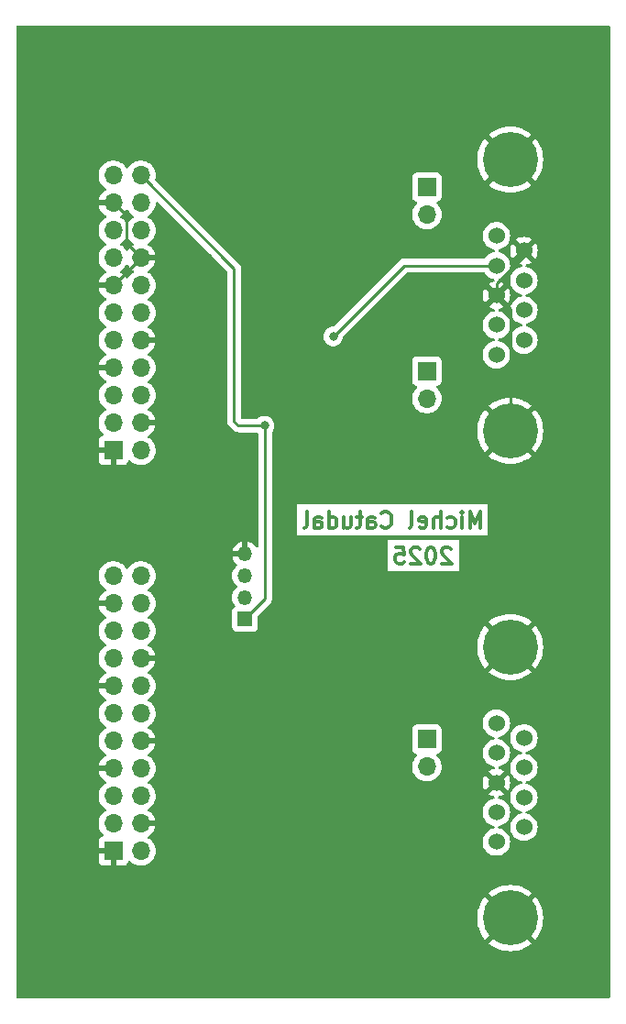
<source format=gbl>
G04 #@! TF.GenerationSoftware,KiCad,Pcbnew,8.0.6*
G04 #@! TF.CreationDate,2024-12-29T09:41:19-05:00*
G04 #@! TF.ProjectId,Beagley-ai-3CAN,42656167-6c65-4792-9d61-692d3343414e,rev?*
G04 #@! TF.SameCoordinates,Original*
G04 #@! TF.FileFunction,Copper,L2,Bot*
G04 #@! TF.FilePolarity,Positive*
%FSLAX46Y46*%
G04 Gerber Fmt 4.6, Leading zero omitted, Abs format (unit mm)*
G04 Created by KiCad (PCBNEW 8.0.6) date 2024-12-29 09:41:19*
%MOMM*%
%LPD*%
G01*
G04 APERTURE LIST*
%ADD10C,0.300000*%
G04 #@! TA.AperFunction,NonConductor*
%ADD11C,0.300000*%
G04 #@! TD*
G04 #@! TA.AperFunction,ComponentPad*
%ADD12R,1.700000X1.700000*%
G04 #@! TD*
G04 #@! TA.AperFunction,ComponentPad*
%ADD13O,1.700000X1.700000*%
G04 #@! TD*
G04 #@! TA.AperFunction,ComponentPad*
%ADD14R,1.350000X1.350000*%
G04 #@! TD*
G04 #@! TA.AperFunction,ComponentPad*
%ADD15O,1.350000X1.350000*%
G04 #@! TD*
G04 #@! TA.AperFunction,ComponentPad*
%ADD16C,1.524000*%
G04 #@! TD*
G04 #@! TA.AperFunction,ComponentPad*
%ADD17C,5.080000*%
G04 #@! TD*
G04 #@! TA.AperFunction,ViaPad*
%ADD18C,0.800000*%
G04 #@! TD*
G04 #@! TA.AperFunction,Conductor*
%ADD19C,0.250000*%
G04 #@! TD*
G04 APERTURE END LIST*
D10*
D11*
X165221427Y-98421185D02*
X165149999Y-98349757D01*
X165149999Y-98349757D02*
X165007142Y-98278328D01*
X165007142Y-98278328D02*
X164649999Y-98278328D01*
X164649999Y-98278328D02*
X164507142Y-98349757D01*
X164507142Y-98349757D02*
X164435713Y-98421185D01*
X164435713Y-98421185D02*
X164364284Y-98564042D01*
X164364284Y-98564042D02*
X164364284Y-98706900D01*
X164364284Y-98706900D02*
X164435713Y-98921185D01*
X164435713Y-98921185D02*
X165292856Y-99778328D01*
X165292856Y-99778328D02*
X164364284Y-99778328D01*
X163435713Y-98278328D02*
X163292856Y-98278328D01*
X163292856Y-98278328D02*
X163149999Y-98349757D01*
X163149999Y-98349757D02*
X163078571Y-98421185D01*
X163078571Y-98421185D02*
X163007142Y-98564042D01*
X163007142Y-98564042D02*
X162935713Y-98849757D01*
X162935713Y-98849757D02*
X162935713Y-99206900D01*
X162935713Y-99206900D02*
X163007142Y-99492614D01*
X163007142Y-99492614D02*
X163078571Y-99635471D01*
X163078571Y-99635471D02*
X163149999Y-99706900D01*
X163149999Y-99706900D02*
X163292856Y-99778328D01*
X163292856Y-99778328D02*
X163435713Y-99778328D01*
X163435713Y-99778328D02*
X163578571Y-99706900D01*
X163578571Y-99706900D02*
X163649999Y-99635471D01*
X163649999Y-99635471D02*
X163721428Y-99492614D01*
X163721428Y-99492614D02*
X163792856Y-99206900D01*
X163792856Y-99206900D02*
X163792856Y-98849757D01*
X163792856Y-98849757D02*
X163721428Y-98564042D01*
X163721428Y-98564042D02*
X163649999Y-98421185D01*
X163649999Y-98421185D02*
X163578571Y-98349757D01*
X163578571Y-98349757D02*
X163435713Y-98278328D01*
X162364285Y-98421185D02*
X162292857Y-98349757D01*
X162292857Y-98349757D02*
X162150000Y-98278328D01*
X162150000Y-98278328D02*
X161792857Y-98278328D01*
X161792857Y-98278328D02*
X161650000Y-98349757D01*
X161650000Y-98349757D02*
X161578571Y-98421185D01*
X161578571Y-98421185D02*
X161507142Y-98564042D01*
X161507142Y-98564042D02*
X161507142Y-98706900D01*
X161507142Y-98706900D02*
X161578571Y-98921185D01*
X161578571Y-98921185D02*
X162435714Y-99778328D01*
X162435714Y-99778328D02*
X161507142Y-99778328D01*
X160150000Y-98278328D02*
X160864286Y-98278328D01*
X160864286Y-98278328D02*
X160935714Y-98992614D01*
X160935714Y-98992614D02*
X160864286Y-98921185D01*
X160864286Y-98921185D02*
X160721429Y-98849757D01*
X160721429Y-98849757D02*
X160364286Y-98849757D01*
X160364286Y-98849757D02*
X160221429Y-98921185D01*
X160221429Y-98921185D02*
X160150000Y-98992614D01*
X160150000Y-98992614D02*
X160078571Y-99135471D01*
X160078571Y-99135471D02*
X160078571Y-99492614D01*
X160078571Y-99492614D02*
X160150000Y-99635471D01*
X160150000Y-99635471D02*
X160221429Y-99706900D01*
X160221429Y-99706900D02*
X160364286Y-99778328D01*
X160364286Y-99778328D02*
X160721429Y-99778328D01*
X160721429Y-99778328D02*
X160864286Y-99706900D01*
X160864286Y-99706900D02*
X160935714Y-99635471D01*
D10*
D11*
X167971428Y-96478328D02*
X167971428Y-94978328D01*
X167971428Y-94978328D02*
X167471428Y-96049757D01*
X167471428Y-96049757D02*
X166971428Y-94978328D01*
X166971428Y-94978328D02*
X166971428Y-96478328D01*
X166257142Y-96478328D02*
X166257142Y-95478328D01*
X166257142Y-94978328D02*
X166328570Y-95049757D01*
X166328570Y-95049757D02*
X166257142Y-95121185D01*
X166257142Y-95121185D02*
X166185713Y-95049757D01*
X166185713Y-95049757D02*
X166257142Y-94978328D01*
X166257142Y-94978328D02*
X166257142Y-95121185D01*
X164899999Y-96406900D02*
X165042856Y-96478328D01*
X165042856Y-96478328D02*
X165328570Y-96478328D01*
X165328570Y-96478328D02*
X165471427Y-96406900D01*
X165471427Y-96406900D02*
X165542856Y-96335471D01*
X165542856Y-96335471D02*
X165614284Y-96192614D01*
X165614284Y-96192614D02*
X165614284Y-95764042D01*
X165614284Y-95764042D02*
X165542856Y-95621185D01*
X165542856Y-95621185D02*
X165471427Y-95549757D01*
X165471427Y-95549757D02*
X165328570Y-95478328D01*
X165328570Y-95478328D02*
X165042856Y-95478328D01*
X165042856Y-95478328D02*
X164899999Y-95549757D01*
X164257142Y-96478328D02*
X164257142Y-94978328D01*
X163614285Y-96478328D02*
X163614285Y-95692614D01*
X163614285Y-95692614D02*
X163685713Y-95549757D01*
X163685713Y-95549757D02*
X163828570Y-95478328D01*
X163828570Y-95478328D02*
X164042856Y-95478328D01*
X164042856Y-95478328D02*
X164185713Y-95549757D01*
X164185713Y-95549757D02*
X164257142Y-95621185D01*
X162328570Y-96406900D02*
X162471427Y-96478328D01*
X162471427Y-96478328D02*
X162757142Y-96478328D01*
X162757142Y-96478328D02*
X162899999Y-96406900D01*
X162899999Y-96406900D02*
X162971427Y-96264042D01*
X162971427Y-96264042D02*
X162971427Y-95692614D01*
X162971427Y-95692614D02*
X162899999Y-95549757D01*
X162899999Y-95549757D02*
X162757142Y-95478328D01*
X162757142Y-95478328D02*
X162471427Y-95478328D01*
X162471427Y-95478328D02*
X162328570Y-95549757D01*
X162328570Y-95549757D02*
X162257142Y-95692614D01*
X162257142Y-95692614D02*
X162257142Y-95835471D01*
X162257142Y-95835471D02*
X162971427Y-95978328D01*
X161399999Y-96478328D02*
X161542856Y-96406900D01*
X161542856Y-96406900D02*
X161614285Y-96264042D01*
X161614285Y-96264042D02*
X161614285Y-94978328D01*
X158828571Y-96335471D02*
X158899999Y-96406900D01*
X158899999Y-96406900D02*
X159114285Y-96478328D01*
X159114285Y-96478328D02*
X159257142Y-96478328D01*
X159257142Y-96478328D02*
X159471428Y-96406900D01*
X159471428Y-96406900D02*
X159614285Y-96264042D01*
X159614285Y-96264042D02*
X159685714Y-96121185D01*
X159685714Y-96121185D02*
X159757142Y-95835471D01*
X159757142Y-95835471D02*
X159757142Y-95621185D01*
X159757142Y-95621185D02*
X159685714Y-95335471D01*
X159685714Y-95335471D02*
X159614285Y-95192614D01*
X159614285Y-95192614D02*
X159471428Y-95049757D01*
X159471428Y-95049757D02*
X159257142Y-94978328D01*
X159257142Y-94978328D02*
X159114285Y-94978328D01*
X159114285Y-94978328D02*
X158899999Y-95049757D01*
X158899999Y-95049757D02*
X158828571Y-95121185D01*
X157542857Y-96478328D02*
X157542857Y-95692614D01*
X157542857Y-95692614D02*
X157614285Y-95549757D01*
X157614285Y-95549757D02*
X157757142Y-95478328D01*
X157757142Y-95478328D02*
X158042857Y-95478328D01*
X158042857Y-95478328D02*
X158185714Y-95549757D01*
X157542857Y-96406900D02*
X157685714Y-96478328D01*
X157685714Y-96478328D02*
X158042857Y-96478328D01*
X158042857Y-96478328D02*
X158185714Y-96406900D01*
X158185714Y-96406900D02*
X158257142Y-96264042D01*
X158257142Y-96264042D02*
X158257142Y-96121185D01*
X158257142Y-96121185D02*
X158185714Y-95978328D01*
X158185714Y-95978328D02*
X158042857Y-95906900D01*
X158042857Y-95906900D02*
X157685714Y-95906900D01*
X157685714Y-95906900D02*
X157542857Y-95835471D01*
X157042856Y-95478328D02*
X156471428Y-95478328D01*
X156828571Y-94978328D02*
X156828571Y-96264042D01*
X156828571Y-96264042D02*
X156757142Y-96406900D01*
X156757142Y-96406900D02*
X156614285Y-96478328D01*
X156614285Y-96478328D02*
X156471428Y-96478328D01*
X155328571Y-95478328D02*
X155328571Y-96478328D01*
X155971428Y-95478328D02*
X155971428Y-96264042D01*
X155971428Y-96264042D02*
X155899999Y-96406900D01*
X155899999Y-96406900D02*
X155757142Y-96478328D01*
X155757142Y-96478328D02*
X155542856Y-96478328D01*
X155542856Y-96478328D02*
X155399999Y-96406900D01*
X155399999Y-96406900D02*
X155328571Y-96335471D01*
X153971428Y-96478328D02*
X153971428Y-94978328D01*
X153971428Y-96406900D02*
X154114285Y-96478328D01*
X154114285Y-96478328D02*
X154399999Y-96478328D01*
X154399999Y-96478328D02*
X154542856Y-96406900D01*
X154542856Y-96406900D02*
X154614285Y-96335471D01*
X154614285Y-96335471D02*
X154685713Y-96192614D01*
X154685713Y-96192614D02*
X154685713Y-95764042D01*
X154685713Y-95764042D02*
X154614285Y-95621185D01*
X154614285Y-95621185D02*
X154542856Y-95549757D01*
X154542856Y-95549757D02*
X154399999Y-95478328D01*
X154399999Y-95478328D02*
X154114285Y-95478328D01*
X154114285Y-95478328D02*
X153971428Y-95549757D01*
X152614285Y-96478328D02*
X152614285Y-95692614D01*
X152614285Y-95692614D02*
X152685713Y-95549757D01*
X152685713Y-95549757D02*
X152828570Y-95478328D01*
X152828570Y-95478328D02*
X153114285Y-95478328D01*
X153114285Y-95478328D02*
X153257142Y-95549757D01*
X152614285Y-96406900D02*
X152757142Y-96478328D01*
X152757142Y-96478328D02*
X153114285Y-96478328D01*
X153114285Y-96478328D02*
X153257142Y-96406900D01*
X153257142Y-96406900D02*
X153328570Y-96264042D01*
X153328570Y-96264042D02*
X153328570Y-96121185D01*
X153328570Y-96121185D02*
X153257142Y-95978328D01*
X153257142Y-95978328D02*
X153114285Y-95906900D01*
X153114285Y-95906900D02*
X152757142Y-95906900D01*
X152757142Y-95906900D02*
X152614285Y-95835471D01*
X151685713Y-96478328D02*
X151828570Y-96406900D01*
X151828570Y-96406900D02*
X151899999Y-96264042D01*
X151899999Y-96264042D02*
X151899999Y-94978328D01*
D12*
X134040000Y-89320000D03*
D13*
X136580000Y-89320000D03*
X134040000Y-86780000D03*
X136580000Y-86780000D03*
X134040000Y-84240000D03*
X136580000Y-84240000D03*
X134040000Y-81700000D03*
X136580000Y-81700000D03*
X134040000Y-79160000D03*
X136580000Y-79160000D03*
X134040000Y-76620000D03*
X136580000Y-76620000D03*
X134040000Y-74080000D03*
X136580000Y-74080000D03*
X134040000Y-71540000D03*
X136580000Y-71540000D03*
X134040000Y-69000000D03*
X136580000Y-69000000D03*
X134040000Y-66460000D03*
X136580000Y-66460000D03*
X134040000Y-63920000D03*
X136580000Y-63920000D03*
D12*
X134040000Y-126320000D03*
D13*
X136580000Y-126320000D03*
X134040000Y-123780000D03*
X136580000Y-123780000D03*
X134040000Y-121240000D03*
X136580000Y-121240000D03*
X134040000Y-118700000D03*
X136580000Y-118700000D03*
X134040000Y-116160000D03*
X136580000Y-116160000D03*
X134040000Y-113620000D03*
X136580000Y-113620000D03*
X134040000Y-111080000D03*
X136580000Y-111080000D03*
X134040000Y-108540000D03*
X136580000Y-108540000D03*
X134040000Y-106000000D03*
X136580000Y-106000000D03*
X134040000Y-103460000D03*
X136580000Y-103460000D03*
X134040000Y-100920000D03*
X136580000Y-100920000D03*
D12*
X163000000Y-82000000D03*
D13*
X163000000Y-84540000D03*
D14*
X146200000Y-104900000D03*
D15*
X146200000Y-102900000D03*
X146200000Y-100900000D03*
X146200000Y-98900000D03*
D16*
X169430000Y-69513600D03*
X169430000Y-72256800D03*
X169430000Y-75000000D03*
X169430000Y-77743200D03*
X169430000Y-80486400D03*
X171970000Y-70885200D03*
X171970000Y-73628400D03*
X171970000Y-76371600D03*
X171970000Y-79114800D03*
D17*
X170700000Y-62477800D03*
X170700000Y-87522200D03*
D16*
X169430000Y-114513600D03*
X169430000Y-117256800D03*
X169430000Y-120000000D03*
X169430000Y-122743200D03*
X169430000Y-125486400D03*
X171970000Y-115885200D03*
X171970000Y-118628400D03*
X171970000Y-121371600D03*
X171970000Y-124114800D03*
D17*
X170700000Y-107477800D03*
X170700000Y-132522200D03*
D12*
X163000000Y-116000000D03*
D13*
X163000000Y-118540000D03*
D12*
X163000000Y-65000000D03*
D13*
X163000000Y-67540000D03*
D18*
X154272500Y-65322500D03*
X142800000Y-71540000D03*
X149500000Y-65050000D03*
X148000000Y-87050000D03*
X154350000Y-78800000D03*
D19*
X170700000Y-76270000D02*
X170700000Y-87522200D01*
X135215000Y-70175000D02*
X136580000Y-71540000D01*
X134040000Y-66460000D02*
X135215000Y-67635000D01*
X169430000Y-75000000D02*
X169430000Y-73922370D01*
X142800000Y-71540000D02*
X136580000Y-71540000D01*
X171970000Y-71382370D02*
X171970000Y-70885200D01*
X149500000Y-65050000D02*
X154000000Y-65050000D01*
X134040000Y-74080000D02*
X136580000Y-71540000D01*
X135215000Y-67635000D02*
X135215000Y-70175000D01*
X169430000Y-73922370D02*
X171970000Y-71382370D01*
X154000000Y-65050000D02*
X154272500Y-65322500D01*
X169430000Y-75000000D02*
X170700000Y-76270000D01*
X145550000Y-87000000D02*
X145750000Y-87000000D01*
X136580000Y-63920000D02*
X145200000Y-72540000D01*
X145200000Y-72540000D02*
X145200000Y-86650000D01*
X145750000Y-87000000D02*
X145800000Y-87050000D01*
X145800000Y-87050000D02*
X148000000Y-87050000D01*
X148000000Y-87050000D02*
X148050000Y-87100000D01*
X145200000Y-86650000D02*
X145550000Y-87000000D01*
X148050000Y-87100000D02*
X148050000Y-103050000D01*
X148050000Y-103050000D02*
X146200000Y-104900000D01*
X160893200Y-72256800D02*
X169430000Y-72256800D01*
X154350000Y-78800000D02*
X160893200Y-72256800D01*
G04 #@! TA.AperFunction,Conductor*
G36*
X135393524Y-72215212D02*
G01*
X135415782Y-72240898D01*
X135504674Y-72376958D01*
X135657097Y-72542534D01*
X135834698Y-72680767D01*
X135834704Y-72680771D01*
X135868207Y-72698902D01*
X135918597Y-72748915D01*
X135933949Y-72818232D01*
X135909388Y-72884845D01*
X135868207Y-72920528D01*
X135834430Y-72938807D01*
X135834424Y-72938811D01*
X135656762Y-73077091D01*
X135504279Y-73242729D01*
X135415183Y-73379101D01*
X135361179Y-73425189D01*
X135290831Y-73434764D01*
X135226474Y-73404786D01*
X135204217Y-73379100D01*
X135115327Y-73243044D01*
X134962902Y-73077465D01*
X134785301Y-72939232D01*
X134785300Y-72939231D01*
X134751791Y-72921097D01*
X134701401Y-72871083D01*
X134686050Y-72801766D01*
X134710612Y-72735153D01*
X134751790Y-72699472D01*
X134785576Y-72681189D01*
X134963240Y-72542906D01*
X135115722Y-72377268D01*
X135204816Y-72240898D01*
X135258819Y-72194810D01*
X135329167Y-72185235D01*
X135393524Y-72215212D01*
G37*
G04 #@! TD.AperFunction*
G04 #@! TA.AperFunction,Conductor*
G36*
X135393225Y-69675669D02*
G01*
X135415480Y-69701353D01*
X135437502Y-69735060D01*
X135504275Y-69837265D01*
X135504279Y-69837270D01*
X135656762Y-70002908D01*
X135711331Y-70045381D01*
X135834424Y-70141189D01*
X135868205Y-70159470D01*
X135918596Y-70209482D01*
X135933949Y-70278799D01*
X135909389Y-70345412D01*
X135868209Y-70381096D01*
X135834704Y-70399228D01*
X135834698Y-70399232D01*
X135657097Y-70537465D01*
X135504670Y-70703045D01*
X135415780Y-70839101D01*
X135361776Y-70885189D01*
X135291428Y-70894764D01*
X135227071Y-70864786D01*
X135204816Y-70839101D01*
X135155419Y-70763493D01*
X135115724Y-70702734D01*
X135115720Y-70702729D01*
X134996552Y-70573280D01*
X134963240Y-70537094D01*
X134963239Y-70537093D01*
X134963237Y-70537091D01*
X134802288Y-70411819D01*
X134785576Y-70398811D01*
X134752319Y-70380813D01*
X134701929Y-70330802D01*
X134686576Y-70261485D01*
X134711136Y-70194872D01*
X134752320Y-70159186D01*
X134785576Y-70141189D01*
X134963240Y-70002906D01*
X135115722Y-69837268D01*
X135204518Y-69701354D01*
X135258520Y-69655268D01*
X135328868Y-69645692D01*
X135393225Y-69675669D01*
G37*
G04 #@! TD.AperFunction*
G04 #@! TA.AperFunction,Conductor*
G36*
X135392925Y-67135212D02*
G01*
X135415183Y-67160898D01*
X135504279Y-67297270D01*
X135656762Y-67462908D01*
X135711331Y-67505381D01*
X135834424Y-67601189D01*
X135867153Y-67618901D01*
X135867680Y-67619186D01*
X135918071Y-67669200D01*
X135933423Y-67738516D01*
X135908862Y-67805129D01*
X135867680Y-67840813D01*
X135834426Y-67858810D01*
X135834424Y-67858811D01*
X135656762Y-67997091D01*
X135504279Y-68162729D01*
X135415483Y-68298643D01*
X135361479Y-68344731D01*
X135291131Y-68354306D01*
X135226774Y-68324329D01*
X135204517Y-68298643D01*
X135115720Y-68162729D01*
X134963237Y-67997091D01*
X134881382Y-67933381D01*
X134785576Y-67858811D01*
X134751792Y-67840528D01*
X134701402Y-67790516D01*
X134686050Y-67721199D01*
X134710610Y-67654586D01*
X134751793Y-67618901D01*
X134785300Y-67600767D01*
X134785301Y-67600767D01*
X134962902Y-67462534D01*
X135115327Y-67296955D01*
X135204217Y-67160899D01*
X135258220Y-67114810D01*
X135328568Y-67105235D01*
X135392925Y-67135212D01*
G37*
G04 #@! TD.AperFunction*
G04 #@! TA.AperFunction,Conductor*
G36*
X179866621Y-50095502D02*
G01*
X179913114Y-50149158D01*
X179924500Y-50201500D01*
X179924500Y-139798500D01*
X179904498Y-139866621D01*
X179850842Y-139913114D01*
X179798500Y-139924500D01*
X125201500Y-139924500D01*
X125133379Y-139904498D01*
X125086886Y-139850842D01*
X125075500Y-139798500D01*
X125075500Y-132522200D01*
X167647197Y-132522200D01*
X167666391Y-132864002D01*
X167723735Y-133201506D01*
X167818511Y-133530481D01*
X167949519Y-133846760D01*
X167949522Y-133846765D01*
X168115115Y-134146385D01*
X168313215Y-134425581D01*
X168313231Y-134425601D01*
X168371823Y-134491166D01*
X169366856Y-133496133D01*
X169440688Y-133597754D01*
X169624446Y-133781512D01*
X169726065Y-133855342D01*
X168731032Y-134850375D01*
X168796598Y-134908968D01*
X168796618Y-134908984D01*
X169075814Y-135107084D01*
X169375434Y-135272677D01*
X169375439Y-135272680D01*
X169691718Y-135403688D01*
X170020693Y-135498464D01*
X170358197Y-135555808D01*
X170700000Y-135575002D01*
X171041802Y-135555808D01*
X171379306Y-135498464D01*
X171708281Y-135403688D01*
X172024560Y-135272680D01*
X172024565Y-135272677D01*
X172324185Y-135107084D01*
X172603385Y-134908981D01*
X172603387Y-134908980D01*
X172668965Y-134850375D01*
X171673933Y-133855343D01*
X171775554Y-133781512D01*
X171959312Y-133597754D01*
X172033143Y-133496133D01*
X173028175Y-134491165D01*
X173086780Y-134425587D01*
X173086781Y-134425585D01*
X173284884Y-134146385D01*
X173450477Y-133846765D01*
X173450480Y-133846760D01*
X173581488Y-133530481D01*
X173676264Y-133201506D01*
X173733608Y-132864002D01*
X173752802Y-132522200D01*
X173733608Y-132180397D01*
X173676264Y-131842893D01*
X173581488Y-131513918D01*
X173450480Y-131197639D01*
X173450477Y-131197634D01*
X173284884Y-130898014D01*
X173086784Y-130618818D01*
X173086768Y-130618798D01*
X173028175Y-130553232D01*
X172033142Y-131548264D01*
X171959312Y-131446646D01*
X171775554Y-131262888D01*
X171673933Y-131189056D01*
X172668966Y-130194023D01*
X172603401Y-130135431D01*
X172603381Y-130135415D01*
X172324185Y-129937315D01*
X172024565Y-129771722D01*
X172024560Y-129771719D01*
X171708281Y-129640711D01*
X171379306Y-129545935D01*
X171041802Y-129488591D01*
X170700000Y-129469397D01*
X170358197Y-129488591D01*
X170020693Y-129545935D01*
X169691718Y-129640711D01*
X169375439Y-129771719D01*
X169375434Y-129771722D01*
X169075819Y-129937313D01*
X168796605Y-130135426D01*
X168731032Y-130194023D01*
X169726065Y-131189056D01*
X169624446Y-131262888D01*
X169440688Y-131446646D01*
X169366856Y-131548265D01*
X168371823Y-130553232D01*
X168313226Y-130618805D01*
X168115113Y-130898019D01*
X167949522Y-131197634D01*
X167949519Y-131197639D01*
X167818511Y-131513918D01*
X167723735Y-131842893D01*
X167666391Y-132180397D01*
X167647197Y-132522200D01*
X125075500Y-132522200D01*
X125075500Y-100920000D01*
X132676844Y-100920000D01*
X132695437Y-101144375D01*
X132750702Y-101362612D01*
X132750703Y-101362613D01*
X132750704Y-101362616D01*
X132815643Y-101510663D01*
X132841141Y-101568793D01*
X132964275Y-101757265D01*
X132964279Y-101757270D01*
X133116762Y-101922908D01*
X133153498Y-101951501D01*
X133294424Y-102061189D01*
X133328205Y-102079470D01*
X133378596Y-102129482D01*
X133393949Y-102198799D01*
X133369389Y-102265412D01*
X133328209Y-102301096D01*
X133294704Y-102319228D01*
X133294698Y-102319232D01*
X133117097Y-102457465D01*
X132964674Y-102623041D01*
X132841580Y-102811451D01*
X132751179Y-103017543D01*
X132751176Y-103017550D01*
X132703455Y-103205999D01*
X132703456Y-103206000D01*
X133609297Y-103206000D01*
X133574075Y-103267007D01*
X133540000Y-103394174D01*
X133540000Y-103525826D01*
X133574075Y-103652993D01*
X133609297Y-103714000D01*
X132703455Y-103714000D01*
X132751176Y-103902449D01*
X132751179Y-103902456D01*
X132841580Y-104108548D01*
X132964674Y-104296958D01*
X133117097Y-104462534D01*
X133294698Y-104600767D01*
X133294704Y-104600771D01*
X133328207Y-104618902D01*
X133378597Y-104668915D01*
X133393949Y-104738232D01*
X133369388Y-104804845D01*
X133328207Y-104840528D01*
X133294430Y-104858807D01*
X133294424Y-104858811D01*
X133116762Y-104997091D01*
X132964279Y-105162729D01*
X132964275Y-105162734D01*
X132841141Y-105351206D01*
X132750703Y-105557386D01*
X132750702Y-105557387D01*
X132695437Y-105775624D01*
X132695436Y-105775630D01*
X132695436Y-105775632D01*
X132681960Y-105938261D01*
X132676844Y-106000000D01*
X132695437Y-106224375D01*
X132750702Y-106442612D01*
X132750703Y-106442613D01*
X132750704Y-106442616D01*
X132770000Y-106486606D01*
X132841141Y-106648793D01*
X132964275Y-106837265D01*
X132964279Y-106837270D01*
X133116762Y-107002908D01*
X133171331Y-107045381D01*
X133294424Y-107141189D01*
X133327680Y-107159186D01*
X133378071Y-107209200D01*
X133393423Y-107278516D01*
X133368862Y-107345129D01*
X133327680Y-107380813D01*
X133294426Y-107398810D01*
X133294424Y-107398811D01*
X133116762Y-107537091D01*
X132964279Y-107702729D01*
X132964275Y-107702734D01*
X132841141Y-107891206D01*
X132750703Y-108097386D01*
X132750702Y-108097387D01*
X132695437Y-108315624D01*
X132695436Y-108315630D01*
X132695436Y-108315632D01*
X132676844Y-108540000D01*
X132693177Y-108737112D01*
X132695437Y-108764375D01*
X132750702Y-108982612D01*
X132750703Y-108982613D01*
X132750704Y-108982616D01*
X132841140Y-109188791D01*
X132841141Y-109188793D01*
X132964275Y-109377265D01*
X132964279Y-109377270D01*
X133116762Y-109542908D01*
X133171331Y-109585381D01*
X133294424Y-109681189D01*
X133328205Y-109699470D01*
X133378596Y-109749482D01*
X133393949Y-109818799D01*
X133369389Y-109885412D01*
X133328209Y-109921096D01*
X133294704Y-109939228D01*
X133294698Y-109939232D01*
X133117097Y-110077465D01*
X132964674Y-110243041D01*
X132841580Y-110431451D01*
X132751179Y-110637543D01*
X132751176Y-110637550D01*
X132703455Y-110825999D01*
X132703456Y-110826000D01*
X133609297Y-110826000D01*
X133574075Y-110887007D01*
X133540000Y-111014174D01*
X133540000Y-111145826D01*
X133574075Y-111272993D01*
X133609297Y-111334000D01*
X132703455Y-111334000D01*
X132751176Y-111522449D01*
X132751179Y-111522456D01*
X132841580Y-111728548D01*
X132964674Y-111916958D01*
X133117097Y-112082534D01*
X133294698Y-112220767D01*
X133294704Y-112220771D01*
X133328207Y-112238902D01*
X133378597Y-112288915D01*
X133393949Y-112358232D01*
X133369388Y-112424845D01*
X133328207Y-112460528D01*
X133294430Y-112478807D01*
X133294424Y-112478811D01*
X133116762Y-112617091D01*
X132964279Y-112782729D01*
X132964275Y-112782734D01*
X132841141Y-112971206D01*
X132750703Y-113177386D01*
X132750702Y-113177387D01*
X132695437Y-113395624D01*
X132676844Y-113620000D01*
X132695437Y-113844375D01*
X132750702Y-114062612D01*
X132750703Y-114062613D01*
X132750704Y-114062616D01*
X132770000Y-114106606D01*
X132841141Y-114268793D01*
X132964275Y-114457265D01*
X132964279Y-114457270D01*
X133116762Y-114622908D01*
X133171331Y-114665381D01*
X133294424Y-114761189D01*
X133327680Y-114779186D01*
X133378071Y-114829200D01*
X133393423Y-114898516D01*
X133368862Y-114965129D01*
X133327680Y-115000813D01*
X133294426Y-115018810D01*
X133294424Y-115018811D01*
X133116762Y-115157091D01*
X132964279Y-115322729D01*
X132964275Y-115322734D01*
X132841141Y-115511206D01*
X132750703Y-115717386D01*
X132750702Y-115717387D01*
X132695437Y-115935624D01*
X132695436Y-115935630D01*
X132695436Y-115935632D01*
X132676844Y-116160000D01*
X132692836Y-116352993D01*
X132695437Y-116384375D01*
X132750702Y-116602612D01*
X132750703Y-116602613D01*
X132750704Y-116602616D01*
X132841140Y-116808791D01*
X132841141Y-116808793D01*
X132964275Y-116997265D01*
X132964279Y-116997270D01*
X133116762Y-117162908D01*
X133171331Y-117205381D01*
X133294424Y-117301189D01*
X133328205Y-117319470D01*
X133378596Y-117369482D01*
X133393949Y-117438799D01*
X133369389Y-117505412D01*
X133328209Y-117541096D01*
X133294704Y-117559228D01*
X133294698Y-117559232D01*
X133117097Y-117697465D01*
X132964674Y-117863041D01*
X132841580Y-118051451D01*
X132751179Y-118257543D01*
X132751176Y-118257550D01*
X132703455Y-118445999D01*
X132703456Y-118446000D01*
X133609297Y-118446000D01*
X133574075Y-118507007D01*
X133540000Y-118634174D01*
X133540000Y-118765826D01*
X133574075Y-118892993D01*
X133609297Y-118954000D01*
X132703455Y-118954000D01*
X132751176Y-119142449D01*
X132751179Y-119142456D01*
X132841580Y-119348548D01*
X132964674Y-119536958D01*
X133117097Y-119702534D01*
X133294698Y-119840767D01*
X133294704Y-119840771D01*
X133328207Y-119858902D01*
X133378597Y-119908915D01*
X133393949Y-119978232D01*
X133369388Y-120044845D01*
X133328207Y-120080528D01*
X133294430Y-120098807D01*
X133294424Y-120098811D01*
X133116762Y-120237091D01*
X132964279Y-120402729D01*
X132964275Y-120402734D01*
X132841141Y-120591206D01*
X132750703Y-120797386D01*
X132750702Y-120797387D01*
X132695437Y-121015624D01*
X132695436Y-121015630D01*
X132695436Y-121015632D01*
X132676844Y-121240000D01*
X132694750Y-121456095D01*
X132695437Y-121464375D01*
X132750702Y-121682612D01*
X132750703Y-121682613D01*
X132841141Y-121888793D01*
X132964275Y-122077265D01*
X132964279Y-122077270D01*
X133116762Y-122242908D01*
X133171331Y-122285381D01*
X133294424Y-122381189D01*
X133327680Y-122399186D01*
X133378071Y-122449200D01*
X133393423Y-122518516D01*
X133368862Y-122585129D01*
X133327680Y-122620813D01*
X133294426Y-122638810D01*
X133294424Y-122638811D01*
X133116762Y-122777091D01*
X132964279Y-122942729D01*
X132964275Y-122942734D01*
X132841141Y-123131206D01*
X132750703Y-123337386D01*
X132750702Y-123337387D01*
X132695437Y-123555624D01*
X132695436Y-123555630D01*
X132695436Y-123555632D01*
X132676844Y-123780000D01*
X132692836Y-123972993D01*
X132695437Y-124004375D01*
X132750702Y-124222612D01*
X132750703Y-124222613D01*
X132750704Y-124222616D01*
X132841140Y-124428791D01*
X132841141Y-124428793D01*
X132964275Y-124617265D01*
X132964279Y-124617270D01*
X133107841Y-124773217D01*
X133139262Y-124836882D01*
X133131276Y-124907428D01*
X133086417Y-124962457D01*
X133059173Y-124976610D01*
X132944039Y-125019553D01*
X132944034Y-125019555D01*
X132827095Y-125107095D01*
X132739555Y-125224034D01*
X132739555Y-125224035D01*
X132688505Y-125360906D01*
X132682000Y-125421402D01*
X132682000Y-126066000D01*
X133609297Y-126066000D01*
X133574075Y-126127007D01*
X133540000Y-126254174D01*
X133540000Y-126385826D01*
X133574075Y-126512993D01*
X133609297Y-126574000D01*
X132682000Y-126574000D01*
X132682000Y-127218597D01*
X132688505Y-127279093D01*
X132739555Y-127415964D01*
X132739555Y-127415965D01*
X132827095Y-127532904D01*
X132944034Y-127620444D01*
X133080906Y-127671494D01*
X133141402Y-127677999D01*
X133141415Y-127678000D01*
X133786000Y-127678000D01*
X133786000Y-126750702D01*
X133847007Y-126785925D01*
X133974174Y-126820000D01*
X134105826Y-126820000D01*
X134232993Y-126785925D01*
X134294000Y-126750702D01*
X134294000Y-127678000D01*
X134938585Y-127678000D01*
X134938597Y-127677999D01*
X134999093Y-127671494D01*
X135135964Y-127620444D01*
X135135965Y-127620444D01*
X135252904Y-127532904D01*
X135340444Y-127415965D01*
X135384618Y-127297530D01*
X135427165Y-127240694D01*
X135493685Y-127215883D01*
X135563059Y-127230974D01*
X135595372Y-127256222D01*
X135616427Y-127279093D01*
X135656762Y-127322908D01*
X135711331Y-127365381D01*
X135834424Y-127461189D01*
X136032426Y-127568342D01*
X136032427Y-127568342D01*
X136032428Y-127568343D01*
X136144227Y-127606723D01*
X136245365Y-127641444D01*
X136467431Y-127678500D01*
X136467435Y-127678500D01*
X136692565Y-127678500D01*
X136692569Y-127678500D01*
X136914635Y-127641444D01*
X137127574Y-127568342D01*
X137325576Y-127461189D01*
X137503240Y-127322906D01*
X137655722Y-127157268D01*
X137778860Y-126968791D01*
X137869296Y-126762616D01*
X137924564Y-126544368D01*
X137943156Y-126320000D01*
X137924564Y-126095632D01*
X137880745Y-125922596D01*
X137869297Y-125877387D01*
X137869296Y-125877386D01*
X137869296Y-125877384D01*
X137778860Y-125671209D01*
X137772140Y-125660924D01*
X137655724Y-125482734D01*
X137655720Y-125482729D01*
X137503237Y-125317091D01*
X137383679Y-125224035D01*
X137325576Y-125178811D01*
X137291792Y-125160528D01*
X137241402Y-125110516D01*
X137226050Y-125041199D01*
X137250610Y-124974586D01*
X137291793Y-124938901D01*
X137325300Y-124920767D01*
X137325301Y-124920767D01*
X137502902Y-124782534D01*
X137655325Y-124616958D01*
X137778419Y-124428548D01*
X137868820Y-124222456D01*
X137868823Y-124222449D01*
X137916544Y-124034000D01*
X137010703Y-124034000D01*
X137045925Y-123972993D01*
X137080000Y-123845826D01*
X137080000Y-123714174D01*
X137045925Y-123587007D01*
X137010703Y-123526000D01*
X137916544Y-123526000D01*
X137916544Y-123525999D01*
X137868823Y-123337550D01*
X137868820Y-123337543D01*
X137778419Y-123131451D01*
X137655325Y-122943041D01*
X137502902Y-122777465D01*
X137325301Y-122639232D01*
X137325300Y-122639231D01*
X137291791Y-122621097D01*
X137241401Y-122571083D01*
X137226050Y-122501766D01*
X137250612Y-122435153D01*
X137291790Y-122399472D01*
X137325576Y-122381189D01*
X137503240Y-122242906D01*
X137655722Y-122077268D01*
X137778860Y-121888791D01*
X137869296Y-121682616D01*
X137924564Y-121464368D01*
X137943156Y-121240000D01*
X137924564Y-121015632D01*
X137904248Y-120935406D01*
X137869297Y-120797387D01*
X137869296Y-120797386D01*
X137869296Y-120797384D01*
X137778860Y-120591209D01*
X137772140Y-120580924D01*
X137655724Y-120402734D01*
X137655720Y-120402729D01*
X137503237Y-120237091D01*
X137354992Y-120121707D01*
X137325576Y-120098811D01*
X137292319Y-120080813D01*
X137241929Y-120030802D01*
X137226576Y-119961485D01*
X137251136Y-119894872D01*
X137292320Y-119859186D01*
X137292847Y-119858901D01*
X137325576Y-119841189D01*
X137503240Y-119702906D01*
X137655722Y-119537268D01*
X137655927Y-119536955D01*
X137744816Y-119400899D01*
X137778860Y-119348791D01*
X137869296Y-119142616D01*
X137924564Y-118924368D01*
X137943156Y-118700000D01*
X137929898Y-118540000D01*
X161636844Y-118540000D01*
X161652837Y-118733006D01*
X161655437Y-118764375D01*
X161710702Y-118982612D01*
X161710703Y-118982613D01*
X161710704Y-118982616D01*
X161780813Y-119142449D01*
X161801141Y-119188793D01*
X161924275Y-119377265D01*
X161924279Y-119377270D01*
X161989560Y-119448183D01*
X162071284Y-119536958D01*
X162076762Y-119542908D01*
X162103825Y-119563972D01*
X162254424Y-119681189D01*
X162452426Y-119788342D01*
X162452427Y-119788342D01*
X162452428Y-119788343D01*
X162497800Y-119803919D01*
X162665365Y-119861444D01*
X162887431Y-119898500D01*
X162887435Y-119898500D01*
X163112565Y-119898500D01*
X163112569Y-119898500D01*
X163334635Y-119861444D01*
X163547574Y-119788342D01*
X163745576Y-119681189D01*
X163923240Y-119542906D01*
X164075722Y-119377268D01*
X164198860Y-119188791D01*
X164289296Y-118982616D01*
X164344564Y-118764368D01*
X164363156Y-118540000D01*
X164344564Y-118315632D01*
X164323837Y-118233783D01*
X164289297Y-118097387D01*
X164289296Y-118097386D01*
X164289296Y-118097384D01*
X164198860Y-117891209D01*
X164180253Y-117862729D01*
X164075724Y-117702734D01*
X164075719Y-117702729D01*
X164066756Y-117692993D01*
X163932524Y-117547179D01*
X163901103Y-117483514D01*
X163909090Y-117412968D01*
X163953948Y-117357939D01*
X163981183Y-117343789D01*
X164096204Y-117300889D01*
X164127188Y-117277695D01*
X164213261Y-117213261D01*
X164300887Y-117096207D01*
X164300887Y-117096206D01*
X164300889Y-117096204D01*
X164351989Y-116959201D01*
X164358500Y-116898638D01*
X164358500Y-115101362D01*
X164358499Y-115101350D01*
X164351990Y-115040803D01*
X164351988Y-115040795D01*
X164318526Y-114951083D01*
X164300889Y-114903796D01*
X164300888Y-114903794D01*
X164300887Y-114903792D01*
X164213261Y-114786738D01*
X164096207Y-114699112D01*
X164096202Y-114699110D01*
X163959204Y-114648011D01*
X163959196Y-114648009D01*
X163898649Y-114641500D01*
X163898638Y-114641500D01*
X162101362Y-114641500D01*
X162101350Y-114641500D01*
X162040803Y-114648009D01*
X162040795Y-114648011D01*
X161903797Y-114699110D01*
X161903792Y-114699112D01*
X161786738Y-114786738D01*
X161699112Y-114903792D01*
X161699110Y-114903797D01*
X161648011Y-115040795D01*
X161648009Y-115040803D01*
X161641500Y-115101350D01*
X161641500Y-116898649D01*
X161648009Y-116959196D01*
X161648011Y-116959204D01*
X161699110Y-117096202D01*
X161699112Y-117096207D01*
X161786738Y-117213261D01*
X161903791Y-117300886D01*
X161903792Y-117300886D01*
X161903796Y-117300889D01*
X162018810Y-117343787D01*
X162075642Y-117386332D01*
X162100453Y-117452852D01*
X162085362Y-117522226D01*
X162067475Y-117547179D01*
X161924280Y-117702729D01*
X161924275Y-117702734D01*
X161801141Y-117891206D01*
X161710703Y-118097386D01*
X161710702Y-118097387D01*
X161655437Y-118315624D01*
X161655436Y-118315630D01*
X161655436Y-118315632D01*
X161636844Y-118540000D01*
X137929898Y-118540000D01*
X137924564Y-118475632D01*
X137895608Y-118361287D01*
X137869297Y-118257387D01*
X137869296Y-118257386D01*
X137869296Y-118257384D01*
X137778860Y-118051209D01*
X137739343Y-117990723D01*
X137655724Y-117862734D01*
X137655720Y-117862729D01*
X137508427Y-117702729D01*
X137503240Y-117697094D01*
X137503239Y-117697093D01*
X137503237Y-117697091D01*
X137421382Y-117633381D01*
X137325576Y-117558811D01*
X137291792Y-117540528D01*
X137241402Y-117490516D01*
X137226050Y-117421199D01*
X137250610Y-117354586D01*
X137291793Y-117318901D01*
X137325300Y-117300767D01*
X137325301Y-117300767D01*
X137502902Y-117162534D01*
X137655325Y-116996958D01*
X137778419Y-116808548D01*
X137868820Y-116602456D01*
X137868823Y-116602449D01*
X137916544Y-116414000D01*
X137010703Y-116414000D01*
X137045925Y-116352993D01*
X137080000Y-116225826D01*
X137080000Y-116094174D01*
X137045925Y-115967007D01*
X137010703Y-115906000D01*
X137916544Y-115906000D01*
X137916544Y-115905999D01*
X137868823Y-115717550D01*
X137868820Y-115717543D01*
X137778419Y-115511451D01*
X137655325Y-115323041D01*
X137502902Y-115157465D01*
X137325301Y-115019232D01*
X137325300Y-115019231D01*
X137291791Y-115001097D01*
X137241401Y-114951083D01*
X137226050Y-114881766D01*
X137250612Y-114815153D01*
X137291790Y-114779472D01*
X137325576Y-114761189D01*
X137503240Y-114622906D01*
X137603864Y-114513600D01*
X168154647Y-114513600D01*
X168174022Y-114735063D01*
X168199322Y-114829482D01*
X168231559Y-114949793D01*
X168231561Y-114949799D01*
X168325511Y-115151275D01*
X168325512Y-115151277D01*
X168453016Y-115333372D01*
X168453020Y-115333377D01*
X168453023Y-115333381D01*
X168610219Y-115490577D01*
X168610223Y-115490580D01*
X168610227Y-115490583D01*
X168714124Y-115563332D01*
X168792323Y-115618088D01*
X168993804Y-115712040D01*
X169185831Y-115763494D01*
X169246453Y-115800445D01*
X169277474Y-115864305D01*
X169269046Y-115934800D01*
X169223843Y-115989547D01*
X169185833Y-116006905D01*
X169092180Y-116032000D01*
X168993806Y-116058359D01*
X168993801Y-116058361D01*
X168792323Y-116152312D01*
X168610222Y-116279820D01*
X168610216Y-116279825D01*
X168453025Y-116437016D01*
X168453020Y-116437022D01*
X168325512Y-116619123D01*
X168231561Y-116820601D01*
X168231559Y-116820606D01*
X168220763Y-116860898D01*
X168174022Y-117035337D01*
X168154647Y-117256800D01*
X168174022Y-117478263D01*
X168195718Y-117559232D01*
X168231559Y-117692993D01*
X168231561Y-117692999D01*
X168325511Y-117894475D01*
X168325512Y-117894477D01*
X168453016Y-118076572D01*
X168453020Y-118076577D01*
X168453023Y-118076581D01*
X168610219Y-118233777D01*
X168610223Y-118233780D01*
X168610227Y-118233783D01*
X168643933Y-118257384D01*
X168792323Y-118361288D01*
X168993804Y-118455240D01*
X169186799Y-118506953D01*
X169247420Y-118543904D01*
X169278441Y-118607764D01*
X169270013Y-118678259D01*
X169224810Y-118733006D01*
X169186797Y-118750366D01*
X168993976Y-118802031D01*
X168993972Y-118802033D01*
X168792575Y-118895946D01*
X168729394Y-118940185D01*
X169298518Y-119509309D01*
X169233919Y-119526619D01*
X169118080Y-119593498D01*
X169023498Y-119688080D01*
X168956619Y-119803919D01*
X168939309Y-119868518D01*
X168370185Y-119299394D01*
X168325946Y-119362575D01*
X168232033Y-119563972D01*
X168232031Y-119563976D01*
X168174517Y-119778625D01*
X168155149Y-120000000D01*
X168174517Y-120221374D01*
X168232031Y-120436023D01*
X168232033Y-120436027D01*
X168325946Y-120637425D01*
X168370184Y-120700603D01*
X168370185Y-120700603D01*
X168939309Y-120131479D01*
X168956619Y-120196081D01*
X169023498Y-120311920D01*
X169118080Y-120406502D01*
X169233919Y-120473381D01*
X169298519Y-120490690D01*
X168729395Y-121059813D01*
X168729395Y-121059814D01*
X168792575Y-121104053D01*
X168792574Y-121104053D01*
X168993972Y-121197966D01*
X168993979Y-121197969D01*
X169186796Y-121249633D01*
X169247419Y-121286584D01*
X169278441Y-121350445D01*
X169270013Y-121420939D01*
X169224811Y-121475686D01*
X169186798Y-121493047D01*
X168993803Y-121544760D01*
X168993801Y-121544761D01*
X168792323Y-121638712D01*
X168610222Y-121766220D01*
X168610216Y-121766225D01*
X168453025Y-121923416D01*
X168453020Y-121923422D01*
X168325512Y-122105523D01*
X168231561Y-122307001D01*
X168231560Y-122307004D01*
X168174022Y-122521737D01*
X168154647Y-122743200D01*
X168174022Y-122964663D01*
X168186254Y-123010312D01*
X168231559Y-123179393D01*
X168231561Y-123179399D01*
X168325511Y-123380875D01*
X168325512Y-123380877D01*
X168453016Y-123562972D01*
X168453020Y-123562977D01*
X168453023Y-123562981D01*
X168610219Y-123720177D01*
X168610223Y-123720180D01*
X168610227Y-123720183D01*
X168695655Y-123780000D01*
X168792323Y-123847688D01*
X168993804Y-123941640D01*
X169185831Y-123993094D01*
X169246453Y-124030045D01*
X169277474Y-124093905D01*
X169269046Y-124164400D01*
X169223843Y-124219147D01*
X169185833Y-124236505D01*
X169075378Y-124266102D01*
X168993806Y-124287959D01*
X168993801Y-124287961D01*
X168792323Y-124381912D01*
X168610222Y-124509420D01*
X168610216Y-124509425D01*
X168453025Y-124666616D01*
X168453020Y-124666622D01*
X168325512Y-124848723D01*
X168231561Y-125050201D01*
X168231559Y-125050206D01*
X168225811Y-125071658D01*
X168174022Y-125264937D01*
X168154647Y-125486400D01*
X168174022Y-125707863D01*
X168213200Y-125854075D01*
X168231559Y-125922593D01*
X168231561Y-125922599D01*
X168325511Y-126124075D01*
X168325512Y-126124077D01*
X168453016Y-126306172D01*
X168453020Y-126306177D01*
X168453023Y-126306181D01*
X168610219Y-126463377D01*
X168610223Y-126463380D01*
X168610227Y-126463383D01*
X168681078Y-126512993D01*
X168792323Y-126590888D01*
X168993804Y-126684840D01*
X169208537Y-126742378D01*
X169430000Y-126761753D01*
X169651463Y-126742378D01*
X169866196Y-126684840D01*
X170067677Y-126590888D01*
X170249781Y-126463377D01*
X170406977Y-126306181D01*
X170534488Y-126124077D01*
X170628440Y-125922596D01*
X170685978Y-125707863D01*
X170705353Y-125486400D01*
X170685978Y-125264937D01*
X170628440Y-125050204D01*
X170534488Y-124848724D01*
X170406977Y-124666619D01*
X170249781Y-124509423D01*
X170249777Y-124509420D01*
X170249772Y-124509416D01*
X170067677Y-124381912D01*
X170067675Y-124381911D01*
X169866199Y-124287961D01*
X169866194Y-124287959D01*
X169800687Y-124270406D01*
X169674166Y-124236505D01*
X169613546Y-124199555D01*
X169582525Y-124135695D01*
X169590953Y-124065200D01*
X169636156Y-124010453D01*
X169674164Y-123993095D01*
X169866196Y-123941640D01*
X170067677Y-123847688D01*
X170249781Y-123720177D01*
X170406977Y-123562981D01*
X170534488Y-123380877D01*
X170628440Y-123179396D01*
X170685978Y-122964663D01*
X170705353Y-122743200D01*
X170685978Y-122521737D01*
X170628440Y-122307004D01*
X170534488Y-122105524D01*
X170406977Y-121923419D01*
X170249781Y-121766223D01*
X170249777Y-121766220D01*
X170249772Y-121766216D01*
X170067677Y-121638712D01*
X170067675Y-121638711D01*
X169866199Y-121544761D01*
X169866196Y-121544760D01*
X169673200Y-121493046D01*
X169612579Y-121456095D01*
X169581557Y-121392234D01*
X169589986Y-121321740D01*
X169635189Y-121266993D01*
X169673203Y-121249633D01*
X169866020Y-121197969D01*
X169866027Y-121197966D01*
X170067425Y-121104053D01*
X170067426Y-121104052D01*
X170130603Y-121059814D01*
X170130603Y-121059812D01*
X169561481Y-120490690D01*
X169626081Y-120473381D01*
X169741920Y-120406502D01*
X169836502Y-120311920D01*
X169903381Y-120196081D01*
X169920690Y-120131481D01*
X170489812Y-120700603D01*
X170489814Y-120700603D01*
X170534052Y-120637426D01*
X170534053Y-120637425D01*
X170627966Y-120436027D01*
X170627968Y-120436023D01*
X170685482Y-120221374D01*
X170704850Y-120000000D01*
X170685482Y-119778625D01*
X170627968Y-119563976D01*
X170627966Y-119563972D01*
X170534051Y-119362571D01*
X170489815Y-119299395D01*
X170489813Y-119299395D01*
X169920690Y-119868518D01*
X169903381Y-119803919D01*
X169836502Y-119688080D01*
X169741920Y-119593498D01*
X169626081Y-119526619D01*
X169561480Y-119509309D01*
X170130603Y-118940185D01*
X170130603Y-118940184D01*
X170067425Y-118895946D01*
X169866027Y-118802033D01*
X169866023Y-118802031D01*
X169673202Y-118750366D01*
X169612579Y-118713414D01*
X169581558Y-118649554D01*
X169589986Y-118579059D01*
X169635189Y-118524312D01*
X169673196Y-118506954D01*
X169866196Y-118455240D01*
X170067677Y-118361288D01*
X170249781Y-118233777D01*
X170406977Y-118076581D01*
X170534488Y-117894477D01*
X170628440Y-117692996D01*
X170685978Y-117478263D01*
X170705353Y-117256800D01*
X170685978Y-117035337D01*
X170628440Y-116820604D01*
X170534488Y-116619124D01*
X170406977Y-116437019D01*
X170249781Y-116279823D01*
X170249777Y-116279820D01*
X170249772Y-116279816D01*
X170067677Y-116152312D01*
X170067675Y-116152311D01*
X169866199Y-116058361D01*
X169866194Y-116058359D01*
X169800687Y-116040806D01*
X169674166Y-116006905D01*
X169613546Y-115969955D01*
X169582525Y-115906095D01*
X169585023Y-115885200D01*
X170694647Y-115885200D01*
X170714022Y-116106663D01*
X170726254Y-116152312D01*
X170771559Y-116321393D01*
X170771561Y-116321399D01*
X170865511Y-116522875D01*
X170865512Y-116522877D01*
X170993016Y-116704972D01*
X170993020Y-116704977D01*
X170993023Y-116704981D01*
X171150219Y-116862177D01*
X171150223Y-116862180D01*
X171150227Y-116862183D01*
X171202306Y-116898649D01*
X171332323Y-116989688D01*
X171533804Y-117083640D01*
X171725831Y-117135094D01*
X171786453Y-117172045D01*
X171817474Y-117235905D01*
X171809046Y-117306400D01*
X171763843Y-117361147D01*
X171725833Y-117378505D01*
X171650053Y-117398811D01*
X171533806Y-117429959D01*
X171533801Y-117429961D01*
X171332323Y-117523912D01*
X171150222Y-117651420D01*
X171150216Y-117651425D01*
X170993025Y-117808616D01*
X170993020Y-117808622D01*
X170865512Y-117990723D01*
X170771561Y-118192201D01*
X170771559Y-118192206D01*
X170754095Y-118257384D01*
X170714022Y-118406937D01*
X170694647Y-118628400D01*
X170714022Y-118849863D01*
X170756129Y-119007007D01*
X170771559Y-119064593D01*
X170771561Y-119064599D01*
X170865511Y-119266075D01*
X170865512Y-119266077D01*
X170993016Y-119448172D01*
X170993020Y-119448177D01*
X170993023Y-119448181D01*
X171150219Y-119605377D01*
X171150223Y-119605380D01*
X171150227Y-119605383D01*
X171200794Y-119640790D01*
X171332323Y-119732888D01*
X171533804Y-119826840D01*
X171725831Y-119878294D01*
X171786453Y-119915245D01*
X171817474Y-119979105D01*
X171809046Y-120049600D01*
X171763843Y-120104347D01*
X171725833Y-120121705D01*
X171615378Y-120151302D01*
X171533806Y-120173159D01*
X171533801Y-120173161D01*
X171332323Y-120267112D01*
X171150222Y-120394620D01*
X171150216Y-120394625D01*
X170993025Y-120551816D01*
X170993020Y-120551822D01*
X170865512Y-120733923D01*
X170771561Y-120935401D01*
X170771560Y-120935404D01*
X170714022Y-121150137D01*
X170694647Y-121371600D01*
X170714022Y-121593063D01*
X170726254Y-121638712D01*
X170771559Y-121807793D01*
X170771561Y-121807799D01*
X170865511Y-122009275D01*
X170865512Y-122009277D01*
X170993016Y-122191372D01*
X170993020Y-122191377D01*
X170993023Y-122191381D01*
X171150219Y-122348577D01*
X171150223Y-122348580D01*
X171150227Y-122348583D01*
X171254124Y-122421332D01*
X171332323Y-122476088D01*
X171533804Y-122570040D01*
X171725831Y-122621494D01*
X171786453Y-122658445D01*
X171817474Y-122722305D01*
X171809046Y-122792800D01*
X171763843Y-122847547D01*
X171725833Y-122864905D01*
X171615378Y-122894502D01*
X171533806Y-122916359D01*
X171533801Y-122916361D01*
X171332323Y-123010312D01*
X171150222Y-123137820D01*
X171150216Y-123137825D01*
X170993025Y-123295016D01*
X170993020Y-123295022D01*
X170865512Y-123477123D01*
X170771561Y-123678601D01*
X170771560Y-123678604D01*
X170714022Y-123893337D01*
X170694647Y-124114800D01*
X170714022Y-124336263D01*
X170760273Y-124508874D01*
X170771559Y-124550993D01*
X170771561Y-124550999D01*
X170865511Y-124752475D01*
X170865512Y-124752477D01*
X170993016Y-124934572D01*
X170993020Y-124934577D01*
X170993023Y-124934581D01*
X171150219Y-125091777D01*
X171150223Y-125091780D01*
X171150227Y-125091783D01*
X171172095Y-125107095D01*
X171332323Y-125219288D01*
X171533804Y-125313240D01*
X171748537Y-125370778D01*
X171970000Y-125390153D01*
X172191463Y-125370778D01*
X172406196Y-125313240D01*
X172607677Y-125219288D01*
X172789781Y-125091777D01*
X172946977Y-124934581D01*
X173074488Y-124752477D01*
X173168440Y-124550996D01*
X173225978Y-124336263D01*
X173245353Y-124114800D01*
X173225978Y-123893337D01*
X173168440Y-123678604D01*
X173074488Y-123477124D01*
X172946977Y-123295019D01*
X172789781Y-123137823D01*
X172789777Y-123137820D01*
X172789772Y-123137816D01*
X172607677Y-123010312D01*
X172607675Y-123010311D01*
X172406199Y-122916361D01*
X172406194Y-122916359D01*
X172340687Y-122898806D01*
X172214166Y-122864905D01*
X172153546Y-122827955D01*
X172122525Y-122764095D01*
X172130953Y-122693600D01*
X172176156Y-122638853D01*
X172214164Y-122621495D01*
X172406196Y-122570040D01*
X172607677Y-122476088D01*
X172789781Y-122348577D01*
X172946977Y-122191381D01*
X173074488Y-122009277D01*
X173168440Y-121807796D01*
X173225978Y-121593063D01*
X173245353Y-121371600D01*
X173225978Y-121150137D01*
X173168440Y-120935404D01*
X173074488Y-120733924D01*
X172946977Y-120551819D01*
X172789781Y-120394623D01*
X172789777Y-120394620D01*
X172789772Y-120394616D01*
X172607677Y-120267112D01*
X172607675Y-120267111D01*
X172406199Y-120173161D01*
X172406194Y-120173159D01*
X172340687Y-120155606D01*
X172214166Y-120121705D01*
X172153546Y-120084755D01*
X172122525Y-120020895D01*
X172130953Y-119950400D01*
X172176156Y-119895653D01*
X172214164Y-119878295D01*
X172406196Y-119826840D01*
X172607677Y-119732888D01*
X172789781Y-119605377D01*
X172946977Y-119448181D01*
X173074488Y-119266077D01*
X173168440Y-119064596D01*
X173225978Y-118849863D01*
X173245353Y-118628400D01*
X173225978Y-118406937D01*
X173168440Y-118192204D01*
X173074488Y-117990724D01*
X172946977Y-117808619D01*
X172789781Y-117651423D01*
X172789777Y-117651420D01*
X172789772Y-117651416D01*
X172607677Y-117523912D01*
X172607675Y-117523911D01*
X172406199Y-117429961D01*
X172406194Y-117429959D01*
X172325517Y-117408342D01*
X172214166Y-117378505D01*
X172153546Y-117341555D01*
X172122525Y-117277695D01*
X172130953Y-117207200D01*
X172176156Y-117152453D01*
X172214164Y-117135095D01*
X172406196Y-117083640D01*
X172607677Y-116989688D01*
X172789781Y-116862177D01*
X172946977Y-116704981D01*
X173074488Y-116522877D01*
X173168440Y-116321396D01*
X173225978Y-116106663D01*
X173245353Y-115885200D01*
X173225978Y-115663737D01*
X173168440Y-115449004D01*
X173074488Y-115247524D01*
X172946977Y-115065419D01*
X172789781Y-114908223D01*
X172789777Y-114908220D01*
X172789772Y-114908216D01*
X172607677Y-114780712D01*
X172607675Y-114780711D01*
X172406199Y-114686761D01*
X172406193Y-114686759D01*
X172364074Y-114675473D01*
X172191463Y-114629222D01*
X171970000Y-114609847D01*
X171748537Y-114629222D01*
X171633463Y-114660056D01*
X171533806Y-114686759D01*
X171533801Y-114686761D01*
X171332323Y-114780712D01*
X171150222Y-114908220D01*
X171150216Y-114908225D01*
X170993025Y-115065416D01*
X170993020Y-115065422D01*
X170865512Y-115247523D01*
X170771561Y-115449001D01*
X170771559Y-115449006D01*
X170744856Y-115548663D01*
X170714022Y-115663737D01*
X170694647Y-115885200D01*
X169585023Y-115885200D01*
X169590953Y-115835600D01*
X169636156Y-115780853D01*
X169674164Y-115763495D01*
X169866196Y-115712040D01*
X170067677Y-115618088D01*
X170249781Y-115490577D01*
X170406977Y-115333381D01*
X170534488Y-115151277D01*
X170628440Y-114949796D01*
X170685978Y-114735063D01*
X170705353Y-114513600D01*
X170685978Y-114292137D01*
X170628440Y-114077404D01*
X170534488Y-113875924D01*
X170406977Y-113693819D01*
X170249781Y-113536623D01*
X170249777Y-113536620D01*
X170249772Y-113536616D01*
X170067677Y-113409112D01*
X170067675Y-113409111D01*
X169866199Y-113315161D01*
X169866193Y-113315159D01*
X169824074Y-113303873D01*
X169651463Y-113257622D01*
X169430000Y-113238247D01*
X169208537Y-113257622D01*
X169093463Y-113288456D01*
X168993806Y-113315159D01*
X168993801Y-113315161D01*
X168792323Y-113409112D01*
X168610222Y-113536620D01*
X168610216Y-113536625D01*
X168453025Y-113693816D01*
X168453020Y-113693822D01*
X168325512Y-113875923D01*
X168231561Y-114077401D01*
X168231560Y-114077404D01*
X168174022Y-114292137D01*
X168154647Y-114513600D01*
X137603864Y-114513600D01*
X137655722Y-114457268D01*
X137778860Y-114268791D01*
X137869296Y-114062616D01*
X137924564Y-113844368D01*
X137943156Y-113620000D01*
X137924564Y-113395632D01*
X137904186Y-113315160D01*
X137869297Y-113177387D01*
X137869296Y-113177386D01*
X137869296Y-113177384D01*
X137778860Y-112971209D01*
X137772140Y-112960924D01*
X137655724Y-112782734D01*
X137655720Y-112782729D01*
X137503237Y-112617091D01*
X137421382Y-112553381D01*
X137325576Y-112478811D01*
X137292319Y-112460813D01*
X137241929Y-112410802D01*
X137226576Y-112341485D01*
X137251136Y-112274872D01*
X137292320Y-112239186D01*
X137292847Y-112238901D01*
X137325576Y-112221189D01*
X137503240Y-112082906D01*
X137655722Y-111917268D01*
X137655927Y-111916955D01*
X137744816Y-111780899D01*
X137778860Y-111728791D01*
X137869296Y-111522616D01*
X137924564Y-111304368D01*
X137943156Y-111080000D01*
X137924564Y-110855632D01*
X137869338Y-110637550D01*
X137869297Y-110637387D01*
X137869296Y-110637386D01*
X137869296Y-110637384D01*
X137778860Y-110431209D01*
X137731872Y-110359288D01*
X137655724Y-110242734D01*
X137655720Y-110242729D01*
X137539570Y-110116559D01*
X137503240Y-110077094D01*
X137503239Y-110077093D01*
X137503237Y-110077091D01*
X137421382Y-110013381D01*
X137325576Y-109938811D01*
X137291792Y-109920528D01*
X137241402Y-109870516D01*
X137226050Y-109801199D01*
X137250610Y-109734586D01*
X137291793Y-109698901D01*
X137325300Y-109680767D01*
X137325301Y-109680767D01*
X137502902Y-109542534D01*
X137655325Y-109376958D01*
X137778419Y-109188548D01*
X137868820Y-108982456D01*
X137868823Y-108982449D01*
X137916544Y-108794000D01*
X137010703Y-108794000D01*
X137045925Y-108732993D01*
X137080000Y-108605826D01*
X137080000Y-108474174D01*
X137045925Y-108347007D01*
X137010703Y-108286000D01*
X137916544Y-108286000D01*
X137916544Y-108285999D01*
X137868823Y-108097550D01*
X137868820Y-108097543D01*
X137778419Y-107891451D01*
X137655325Y-107703041D01*
X137502902Y-107537465D01*
X137426245Y-107477800D01*
X167647197Y-107477800D01*
X167666391Y-107819602D01*
X167723735Y-108157106D01*
X167818511Y-108486081D01*
X167949519Y-108802360D01*
X167949522Y-108802365D01*
X168115115Y-109101985D01*
X168313215Y-109381181D01*
X168313231Y-109381201D01*
X168371823Y-109446766D01*
X169366856Y-108451733D01*
X169440688Y-108553354D01*
X169624446Y-108737112D01*
X169726065Y-108810942D01*
X168731032Y-109805975D01*
X168796598Y-109864568D01*
X168796618Y-109864584D01*
X169075814Y-110062684D01*
X169375434Y-110228277D01*
X169375439Y-110228280D01*
X169691718Y-110359288D01*
X170020693Y-110454064D01*
X170358197Y-110511408D01*
X170700000Y-110530602D01*
X171041802Y-110511408D01*
X171379306Y-110454064D01*
X171708281Y-110359288D01*
X172024560Y-110228280D01*
X172024565Y-110228277D01*
X172324185Y-110062684D01*
X172603385Y-109864581D01*
X172603387Y-109864580D01*
X172668965Y-109805975D01*
X171673933Y-108810943D01*
X171775554Y-108737112D01*
X171959312Y-108553354D01*
X172033143Y-108451733D01*
X173028175Y-109446765D01*
X173086780Y-109381187D01*
X173086781Y-109381185D01*
X173284884Y-109101985D01*
X173450477Y-108802365D01*
X173450480Y-108802360D01*
X173581488Y-108486081D01*
X173676264Y-108157106D01*
X173733608Y-107819602D01*
X173752802Y-107477800D01*
X173733608Y-107135997D01*
X173676264Y-106798493D01*
X173581488Y-106469518D01*
X173450480Y-106153239D01*
X173450477Y-106153234D01*
X173284884Y-105853614D01*
X173086784Y-105574418D01*
X173086768Y-105574398D01*
X173028175Y-105508832D01*
X172033142Y-106503864D01*
X171959312Y-106402246D01*
X171775554Y-106218488D01*
X171673933Y-106144656D01*
X172668966Y-105149623D01*
X172603401Y-105091031D01*
X172603381Y-105091015D01*
X172324185Y-104892915D01*
X172024565Y-104727322D01*
X172024560Y-104727319D01*
X171708281Y-104596311D01*
X171379306Y-104501535D01*
X171041802Y-104444191D01*
X170700000Y-104424997D01*
X170358197Y-104444191D01*
X170020693Y-104501535D01*
X169691718Y-104596311D01*
X169375439Y-104727319D01*
X169375434Y-104727322D01*
X169075819Y-104892913D01*
X168796605Y-105091026D01*
X168731032Y-105149623D01*
X169726065Y-106144656D01*
X169624446Y-106218488D01*
X169440688Y-106402246D01*
X169366856Y-106503865D01*
X168371823Y-105508832D01*
X168313226Y-105574405D01*
X168115113Y-105853619D01*
X167949522Y-106153234D01*
X167949519Y-106153239D01*
X167818511Y-106469518D01*
X167723735Y-106798493D01*
X167666391Y-107135997D01*
X167647197Y-107477800D01*
X137426245Y-107477800D01*
X137325301Y-107399232D01*
X137325300Y-107399231D01*
X137291791Y-107381097D01*
X137241401Y-107331083D01*
X137226050Y-107261766D01*
X137250612Y-107195153D01*
X137291790Y-107159472D01*
X137325576Y-107141189D01*
X137503240Y-107002906D01*
X137655722Y-106837268D01*
X137778860Y-106648791D01*
X137869296Y-106442616D01*
X137924564Y-106224368D01*
X137943156Y-106000000D01*
X137924564Y-105775632D01*
X137901411Y-105684204D01*
X137869297Y-105557387D01*
X137869296Y-105557386D01*
X137869296Y-105557384D01*
X137778860Y-105351209D01*
X137772140Y-105340924D01*
X137655724Y-105162734D01*
X137655720Y-105162729D01*
X137503237Y-104997091D01*
X137369392Y-104892915D01*
X137325576Y-104858811D01*
X137292319Y-104840813D01*
X137241929Y-104790802D01*
X137226576Y-104721485D01*
X137251136Y-104654872D01*
X137292320Y-104619186D01*
X137304852Y-104612404D01*
X137325576Y-104601189D01*
X137503240Y-104462906D01*
X137655722Y-104297268D01*
X137655927Y-104296955D01*
X137662441Y-104286983D01*
X137778860Y-104108791D01*
X137869296Y-103902616D01*
X137924564Y-103684368D01*
X137943156Y-103460000D01*
X137924564Y-103235632D01*
X137869338Y-103017550D01*
X137869297Y-103017387D01*
X137869296Y-103017386D01*
X137869296Y-103017384D01*
X137778860Y-102811209D01*
X137744816Y-102759100D01*
X137655724Y-102622734D01*
X137655720Y-102622729D01*
X137539570Y-102496559D01*
X137503240Y-102457094D01*
X137503239Y-102457093D01*
X137503237Y-102457091D01*
X137421382Y-102393381D01*
X137325576Y-102318811D01*
X137292319Y-102300813D01*
X137241929Y-102250802D01*
X137226576Y-102181485D01*
X137251136Y-102114872D01*
X137292320Y-102079186D01*
X137325576Y-102061189D01*
X137503240Y-101922906D01*
X137655722Y-101757268D01*
X137778860Y-101568791D01*
X137869296Y-101362616D01*
X137924564Y-101144368D01*
X137943156Y-100920000D01*
X137924564Y-100695632D01*
X137869296Y-100477384D01*
X137778860Y-100271209D01*
X137763062Y-100247029D01*
X137655724Y-100082734D01*
X137655720Y-100082729D01*
X137503237Y-99917091D01*
X137399098Y-99836036D01*
X137325576Y-99778811D01*
X137127574Y-99671658D01*
X137127572Y-99671657D01*
X137127571Y-99671656D01*
X136914639Y-99598557D01*
X136914630Y-99598555D01*
X136870476Y-99591187D01*
X136692569Y-99561500D01*
X136467431Y-99561500D01*
X136319211Y-99586233D01*
X136245369Y-99598555D01*
X136245360Y-99598557D01*
X136032428Y-99671656D01*
X136032426Y-99671658D01*
X135834426Y-99778810D01*
X135834424Y-99778811D01*
X135656762Y-99917091D01*
X135504279Y-100082729D01*
X135415483Y-100218643D01*
X135361479Y-100264731D01*
X135291131Y-100274306D01*
X135226774Y-100244329D01*
X135204517Y-100218643D01*
X135115720Y-100082729D01*
X134963237Y-99917091D01*
X134859098Y-99836036D01*
X134785576Y-99778811D01*
X134587574Y-99671658D01*
X134587572Y-99671657D01*
X134587571Y-99671656D01*
X134374639Y-99598557D01*
X134374630Y-99598555D01*
X134330476Y-99591187D01*
X134152569Y-99561500D01*
X133927431Y-99561500D01*
X133779211Y-99586233D01*
X133705369Y-99598555D01*
X133705360Y-99598557D01*
X133492428Y-99671656D01*
X133492426Y-99671658D01*
X133294426Y-99778810D01*
X133294424Y-99778811D01*
X133116762Y-99917091D01*
X132964279Y-100082729D01*
X132964275Y-100082734D01*
X132841141Y-100271206D01*
X132750703Y-100477386D01*
X132750702Y-100477387D01*
X132695437Y-100695624D01*
X132676844Y-100920000D01*
X125075500Y-100920000D01*
X125075500Y-63920000D01*
X132676844Y-63920000D01*
X132691872Y-64101362D01*
X132695437Y-64144375D01*
X132750702Y-64362612D01*
X132750703Y-64362613D01*
X132750704Y-64362616D01*
X132839781Y-64565692D01*
X132841141Y-64568793D01*
X132964275Y-64757265D01*
X132964279Y-64757270D01*
X133116762Y-64922908D01*
X133171331Y-64965381D01*
X133294424Y-65061189D01*
X133328205Y-65079470D01*
X133378596Y-65129482D01*
X133393949Y-65198799D01*
X133369389Y-65265412D01*
X133328209Y-65301096D01*
X133294704Y-65319228D01*
X133294698Y-65319232D01*
X133117097Y-65457465D01*
X132964674Y-65623041D01*
X132841580Y-65811451D01*
X132751179Y-66017543D01*
X132751176Y-66017550D01*
X132703455Y-66205999D01*
X132703456Y-66206000D01*
X133609297Y-66206000D01*
X133574075Y-66267007D01*
X133540000Y-66394174D01*
X133540000Y-66525826D01*
X133574075Y-66652993D01*
X133609297Y-66714000D01*
X132703455Y-66714000D01*
X132751176Y-66902449D01*
X132751179Y-66902456D01*
X132841580Y-67108548D01*
X132964674Y-67296958D01*
X133117097Y-67462534D01*
X133294698Y-67600767D01*
X133294704Y-67600771D01*
X133328207Y-67618902D01*
X133378597Y-67668915D01*
X133393949Y-67738232D01*
X133369388Y-67804845D01*
X133328207Y-67840528D01*
X133294430Y-67858807D01*
X133294424Y-67858811D01*
X133116762Y-67997091D01*
X132964279Y-68162729D01*
X132964275Y-68162734D01*
X132841141Y-68351206D01*
X132750703Y-68557386D01*
X132750702Y-68557387D01*
X132695437Y-68775624D01*
X132695436Y-68775630D01*
X132695436Y-68775632D01*
X132685255Y-68898500D01*
X132676844Y-69000000D01*
X132695437Y-69224375D01*
X132750702Y-69442612D01*
X132750703Y-69442613D01*
X132750704Y-69442616D01*
X132839781Y-69645692D01*
X132841141Y-69648793D01*
X132964275Y-69837265D01*
X132964279Y-69837270D01*
X133116762Y-70002908D01*
X133171331Y-70045381D01*
X133294424Y-70141189D01*
X133327680Y-70159186D01*
X133378071Y-70209200D01*
X133393423Y-70278516D01*
X133368862Y-70345129D01*
X133327680Y-70380813D01*
X133294426Y-70398810D01*
X133294424Y-70398811D01*
X133116762Y-70537091D01*
X132964279Y-70702729D01*
X132964275Y-70702734D01*
X132841141Y-70891206D01*
X132750703Y-71097386D01*
X132750702Y-71097387D01*
X132695437Y-71315624D01*
X132695436Y-71315630D01*
X132695436Y-71315632D01*
X132676844Y-71540000D01*
X132692836Y-71732993D01*
X132695437Y-71764375D01*
X132750702Y-71982612D01*
X132750703Y-71982613D01*
X132750704Y-71982616D01*
X132841140Y-72188791D01*
X132841141Y-72188793D01*
X132964275Y-72377265D01*
X132964279Y-72377270D01*
X133116762Y-72542908D01*
X133171331Y-72585381D01*
X133294424Y-72681189D01*
X133328205Y-72699470D01*
X133378596Y-72749482D01*
X133393949Y-72818799D01*
X133369389Y-72885412D01*
X133328209Y-72921096D01*
X133294704Y-72939228D01*
X133294698Y-72939232D01*
X133117097Y-73077465D01*
X132964674Y-73243041D01*
X132841580Y-73431451D01*
X132751179Y-73637543D01*
X132751176Y-73637550D01*
X132703455Y-73825999D01*
X132703456Y-73826000D01*
X133609297Y-73826000D01*
X133574075Y-73887007D01*
X133540000Y-74014174D01*
X133540000Y-74145826D01*
X133574075Y-74272993D01*
X133609297Y-74334000D01*
X132703455Y-74334000D01*
X132751176Y-74522449D01*
X132751179Y-74522456D01*
X132841580Y-74728548D01*
X132964674Y-74916958D01*
X133117097Y-75082534D01*
X133294698Y-75220767D01*
X133294704Y-75220771D01*
X133328207Y-75238902D01*
X133378597Y-75288915D01*
X133393949Y-75358232D01*
X133369388Y-75424845D01*
X133328207Y-75460528D01*
X133294430Y-75478807D01*
X133294424Y-75478811D01*
X133116762Y-75617091D01*
X132964279Y-75782729D01*
X132964275Y-75782734D01*
X132841141Y-75971206D01*
X132750703Y-76177386D01*
X132750702Y-76177387D01*
X132695437Y-76395624D01*
X132695436Y-76395630D01*
X132695436Y-76395632D01*
X132676844Y-76620000D01*
X132692405Y-76807793D01*
X132695437Y-76844375D01*
X132750702Y-77062612D01*
X132750703Y-77062613D01*
X132841141Y-77268793D01*
X132964275Y-77457265D01*
X132964279Y-77457270D01*
X133116762Y-77622908D01*
X133137248Y-77638853D01*
X133294424Y-77761189D01*
X133327680Y-77779186D01*
X133378071Y-77829200D01*
X133393423Y-77898516D01*
X133368862Y-77965129D01*
X133327680Y-78000813D01*
X133294426Y-78018810D01*
X133294424Y-78018811D01*
X133116762Y-78157091D01*
X132964279Y-78322729D01*
X132964275Y-78322734D01*
X132841141Y-78511206D01*
X132750703Y-78717386D01*
X132750702Y-78717387D01*
X132695437Y-78935624D01*
X132695436Y-78935630D01*
X132695436Y-78935632D01*
X132676844Y-79160000D01*
X132695232Y-79381912D01*
X132695437Y-79384375D01*
X132750702Y-79602612D01*
X132750703Y-79602613D01*
X132750704Y-79602616D01*
X132841140Y-79808791D01*
X132841141Y-79808793D01*
X132964275Y-79997265D01*
X132964279Y-79997270D01*
X133116762Y-80162908D01*
X133171331Y-80205381D01*
X133294424Y-80301189D01*
X133328205Y-80319470D01*
X133378596Y-80369482D01*
X133393949Y-80438799D01*
X133369389Y-80505412D01*
X133328209Y-80541096D01*
X133294704Y-80559228D01*
X133294698Y-80559232D01*
X133117097Y-80697465D01*
X132964674Y-80863041D01*
X132841580Y-81051451D01*
X132751179Y-81257543D01*
X132751176Y-81257550D01*
X132703455Y-81445999D01*
X132703456Y-81446000D01*
X133609297Y-81446000D01*
X133574075Y-81507007D01*
X133540000Y-81634174D01*
X133540000Y-81765826D01*
X133574075Y-81892993D01*
X133609297Y-81954000D01*
X132703455Y-81954000D01*
X132751176Y-82142449D01*
X132751179Y-82142456D01*
X132841580Y-82348548D01*
X132964674Y-82536958D01*
X133117097Y-82702534D01*
X133294698Y-82840767D01*
X133294704Y-82840771D01*
X133328207Y-82858902D01*
X133378597Y-82908915D01*
X133393949Y-82978232D01*
X133369388Y-83044845D01*
X133328207Y-83080528D01*
X133294430Y-83098807D01*
X133294424Y-83098811D01*
X133116762Y-83237091D01*
X132964279Y-83402729D01*
X132964275Y-83402734D01*
X132841141Y-83591206D01*
X132750703Y-83797386D01*
X132750702Y-83797387D01*
X132695437Y-84015624D01*
X132695436Y-84015630D01*
X132695436Y-84015632D01*
X132676844Y-84240000D01*
X132683110Y-84315624D01*
X132695437Y-84464375D01*
X132750702Y-84682612D01*
X132750703Y-84682613D01*
X132750704Y-84682616D01*
X132786567Y-84764375D01*
X132841141Y-84888793D01*
X132964275Y-85077265D01*
X132964279Y-85077270D01*
X133116762Y-85242908D01*
X133171331Y-85285381D01*
X133294424Y-85381189D01*
X133327680Y-85399186D01*
X133378071Y-85449200D01*
X133393423Y-85518516D01*
X133368862Y-85585129D01*
X133327680Y-85620813D01*
X133294426Y-85638810D01*
X133294424Y-85638811D01*
X133116762Y-85777091D01*
X132964279Y-85942729D01*
X132964275Y-85942734D01*
X132841141Y-86131206D01*
X132750703Y-86337386D01*
X132750702Y-86337387D01*
X132695437Y-86555624D01*
X132695436Y-86555630D01*
X132695436Y-86555632D01*
X132676844Y-86780000D01*
X132692836Y-86972993D01*
X132695437Y-87004375D01*
X132750702Y-87222612D01*
X132750703Y-87222613D01*
X132750704Y-87222616D01*
X132841140Y-87428791D01*
X132841141Y-87428793D01*
X132964275Y-87617265D01*
X132964279Y-87617270D01*
X133107841Y-87773217D01*
X133139262Y-87836882D01*
X133131276Y-87907428D01*
X133086417Y-87962457D01*
X133059173Y-87976610D01*
X132944039Y-88019553D01*
X132944034Y-88019555D01*
X132827095Y-88107095D01*
X132739555Y-88224034D01*
X132739555Y-88224035D01*
X132688505Y-88360906D01*
X132682000Y-88421402D01*
X132682000Y-89066000D01*
X133609297Y-89066000D01*
X133574075Y-89127007D01*
X133540000Y-89254174D01*
X133540000Y-89385826D01*
X133574075Y-89512993D01*
X133609297Y-89574000D01*
X132682000Y-89574000D01*
X132682000Y-90218597D01*
X132688505Y-90279093D01*
X132739555Y-90415964D01*
X132739555Y-90415965D01*
X132827095Y-90532904D01*
X132944034Y-90620444D01*
X133080906Y-90671494D01*
X133141402Y-90677999D01*
X133141415Y-90678000D01*
X133786000Y-90678000D01*
X133786000Y-89750702D01*
X133847007Y-89785925D01*
X133974174Y-89820000D01*
X134105826Y-89820000D01*
X134232993Y-89785925D01*
X134294000Y-89750702D01*
X134294000Y-90678000D01*
X134938585Y-90678000D01*
X134938597Y-90677999D01*
X134999093Y-90671494D01*
X135135964Y-90620444D01*
X135135965Y-90620444D01*
X135252904Y-90532904D01*
X135340444Y-90415965D01*
X135384618Y-90297530D01*
X135427165Y-90240694D01*
X135493685Y-90215883D01*
X135563059Y-90230974D01*
X135595372Y-90256222D01*
X135616427Y-90279093D01*
X135656762Y-90322908D01*
X135711331Y-90365381D01*
X135834424Y-90461189D01*
X136032426Y-90568342D01*
X136032427Y-90568342D01*
X136032428Y-90568343D01*
X136144227Y-90606723D01*
X136245365Y-90641444D01*
X136467431Y-90678500D01*
X136467435Y-90678500D01*
X136692565Y-90678500D01*
X136692569Y-90678500D01*
X136914635Y-90641444D01*
X137127574Y-90568342D01*
X137325576Y-90461189D01*
X137503240Y-90322906D01*
X137655722Y-90157268D01*
X137778860Y-89968791D01*
X137869296Y-89762616D01*
X137924564Y-89544368D01*
X137943156Y-89320000D01*
X137924564Y-89095632D01*
X137903637Y-89012993D01*
X137869297Y-88877387D01*
X137869296Y-88877386D01*
X137869296Y-88877384D01*
X137778860Y-88671209D01*
X137686918Y-88530481D01*
X137655724Y-88482734D01*
X137655720Y-88482729D01*
X137503237Y-88317091D01*
X137383679Y-88224035D01*
X137325576Y-88178811D01*
X137291792Y-88160528D01*
X137241402Y-88110516D01*
X137226050Y-88041199D01*
X137250610Y-87974586D01*
X137291793Y-87938901D01*
X137325300Y-87920767D01*
X137325301Y-87920767D01*
X137502902Y-87782534D01*
X137655325Y-87616958D01*
X137778419Y-87428548D01*
X137868820Y-87222456D01*
X137868823Y-87222449D01*
X137916544Y-87034000D01*
X137010703Y-87034000D01*
X137045925Y-86972993D01*
X137080000Y-86845826D01*
X137080000Y-86714174D01*
X137045925Y-86587007D01*
X137010703Y-86526000D01*
X137916544Y-86526000D01*
X137916544Y-86525999D01*
X137868823Y-86337550D01*
X137868820Y-86337543D01*
X137778419Y-86131451D01*
X137655325Y-85943041D01*
X137502902Y-85777465D01*
X137325301Y-85639232D01*
X137325300Y-85639231D01*
X137291791Y-85621097D01*
X137241401Y-85571083D01*
X137226050Y-85501766D01*
X137250612Y-85435153D01*
X137291790Y-85399472D01*
X137325576Y-85381189D01*
X137503240Y-85242906D01*
X137655722Y-85077268D01*
X137778860Y-84888791D01*
X137869296Y-84682616D01*
X137924564Y-84464368D01*
X137943156Y-84240000D01*
X137924564Y-84015632D01*
X137869296Y-83797384D01*
X137778860Y-83591209D01*
X137772140Y-83580924D01*
X137655724Y-83402734D01*
X137655720Y-83402729D01*
X137503237Y-83237091D01*
X137421382Y-83173381D01*
X137325576Y-83098811D01*
X137292319Y-83080813D01*
X137241929Y-83030802D01*
X137226576Y-82961485D01*
X137251136Y-82894872D01*
X137292320Y-82859186D01*
X137292847Y-82858901D01*
X137325576Y-82841189D01*
X137503240Y-82702906D01*
X137655722Y-82537268D01*
X137655927Y-82536955D01*
X137744816Y-82400899D01*
X137778860Y-82348791D01*
X137869296Y-82142616D01*
X137924564Y-81924368D01*
X137943156Y-81700000D01*
X137924564Y-81475632D01*
X137869338Y-81257550D01*
X137869297Y-81257387D01*
X137869296Y-81257386D01*
X137869296Y-81257384D01*
X137778860Y-81051209D01*
X137694835Y-80922599D01*
X137655724Y-80862734D01*
X137655720Y-80862729D01*
X137539570Y-80736559D01*
X137503240Y-80697094D01*
X137503239Y-80697093D01*
X137503237Y-80697091D01*
X137421382Y-80633381D01*
X137325576Y-80558811D01*
X137291792Y-80540528D01*
X137241402Y-80490516D01*
X137226050Y-80421199D01*
X137250610Y-80354586D01*
X137291793Y-80318901D01*
X137325300Y-80300767D01*
X137325301Y-80300767D01*
X137502902Y-80162534D01*
X137655325Y-79996958D01*
X137778419Y-79808548D01*
X137868820Y-79602456D01*
X137868823Y-79602449D01*
X137916544Y-79414000D01*
X137010703Y-79414000D01*
X137045925Y-79352993D01*
X137080000Y-79225826D01*
X137080000Y-79094174D01*
X137045925Y-78967007D01*
X137010703Y-78906000D01*
X137916544Y-78906000D01*
X137916544Y-78905999D01*
X137868823Y-78717550D01*
X137868820Y-78717543D01*
X137778419Y-78511451D01*
X137655325Y-78323041D01*
X137502902Y-78157465D01*
X137325301Y-78019232D01*
X137325300Y-78019231D01*
X137291791Y-78001097D01*
X137241401Y-77951083D01*
X137226050Y-77881766D01*
X137250612Y-77815153D01*
X137291790Y-77779472D01*
X137325576Y-77761189D01*
X137503240Y-77622906D01*
X137655722Y-77457268D01*
X137778860Y-77268791D01*
X137869296Y-77062616D01*
X137924564Y-76844368D01*
X137943156Y-76620000D01*
X137924564Y-76395632D01*
X137869296Y-76177384D01*
X137778860Y-75971209D01*
X137772140Y-75960924D01*
X137655724Y-75782734D01*
X137655720Y-75782729D01*
X137503237Y-75617091D01*
X137419372Y-75551816D01*
X137325576Y-75478811D01*
X137292319Y-75460813D01*
X137241929Y-75410802D01*
X137226576Y-75341485D01*
X137251136Y-75274872D01*
X137292320Y-75239186D01*
X137292847Y-75238901D01*
X137325576Y-75221189D01*
X137503240Y-75082906D01*
X137655722Y-74917268D01*
X137655927Y-74916955D01*
X137677210Y-74884378D01*
X137778860Y-74728791D01*
X137869296Y-74522616D01*
X137924564Y-74304368D01*
X137943156Y-74080000D01*
X137924564Y-73855632D01*
X137893511Y-73733006D01*
X137869297Y-73637387D01*
X137869296Y-73637386D01*
X137869296Y-73637384D01*
X137778860Y-73431209D01*
X137744816Y-73379100D01*
X137655724Y-73242734D01*
X137655720Y-73242729D01*
X137539570Y-73116559D01*
X137503240Y-73077094D01*
X137503239Y-73077093D01*
X137503237Y-73077091D01*
X137392273Y-72990724D01*
X137325576Y-72938811D01*
X137291792Y-72920528D01*
X137241402Y-72870516D01*
X137226050Y-72801199D01*
X137250610Y-72734586D01*
X137291793Y-72698901D01*
X137325300Y-72680767D01*
X137325301Y-72680767D01*
X137502902Y-72542534D01*
X137655325Y-72376958D01*
X137778419Y-72188548D01*
X137868820Y-71982456D01*
X137868823Y-71982449D01*
X137916544Y-71794000D01*
X137010703Y-71794000D01*
X137045925Y-71732993D01*
X137080000Y-71605826D01*
X137080000Y-71474174D01*
X137045925Y-71347007D01*
X137010703Y-71286000D01*
X137916544Y-71286000D01*
X137916544Y-71285999D01*
X137868823Y-71097550D01*
X137868820Y-71097543D01*
X137778419Y-70891451D01*
X137655325Y-70703041D01*
X137502902Y-70537465D01*
X137325301Y-70399232D01*
X137325300Y-70399231D01*
X137291791Y-70381097D01*
X137241401Y-70331083D01*
X137226050Y-70261766D01*
X137250612Y-70195153D01*
X137291790Y-70159472D01*
X137325576Y-70141189D01*
X137503240Y-70002906D01*
X137655722Y-69837268D01*
X137778860Y-69648791D01*
X137869296Y-69442616D01*
X137924564Y-69224368D01*
X137943156Y-69000000D01*
X137924564Y-68775632D01*
X137900648Y-68681189D01*
X137869297Y-68557387D01*
X137869296Y-68557386D01*
X137869296Y-68557384D01*
X137778860Y-68351209D01*
X137772140Y-68340924D01*
X137655724Y-68162734D01*
X137655720Y-68162729D01*
X137503237Y-67997091D01*
X137421382Y-67933381D01*
X137325576Y-67858811D01*
X137292319Y-67840813D01*
X137241929Y-67790802D01*
X137226576Y-67721485D01*
X137251136Y-67654872D01*
X137292320Y-67619186D01*
X137292847Y-67618901D01*
X137325576Y-67601189D01*
X137503240Y-67462906D01*
X137655722Y-67297268D01*
X137655927Y-67296955D01*
X137744816Y-67160899D01*
X137778860Y-67108791D01*
X137869296Y-66902616D01*
X137924564Y-66684368D01*
X137942206Y-66471460D01*
X137967764Y-66405228D01*
X138025076Y-66363324D01*
X138095944Y-66359058D01*
X138156870Y-66392774D01*
X144529595Y-72765499D01*
X144563621Y-72827811D01*
X144566500Y-72854594D01*
X144566500Y-86587606D01*
X144566500Y-86712394D01*
X144590845Y-86834785D01*
X144638600Y-86950075D01*
X144707929Y-87053833D01*
X145146167Y-87492072D01*
X145249925Y-87561401D01*
X145365215Y-87609155D01*
X145487606Y-87633500D01*
X145528215Y-87633500D01*
X145576432Y-87643090D01*
X145615215Y-87659155D01*
X145737606Y-87683500D01*
X145737607Y-87683500D01*
X145862394Y-87683500D01*
X147290500Y-87683500D01*
X147358621Y-87703502D01*
X147405114Y-87757158D01*
X147416500Y-87809500D01*
X147416500Y-98171926D01*
X147396498Y-98240047D01*
X147342842Y-98286540D01*
X147272568Y-98296644D01*
X147207988Y-98267150D01*
X147189950Y-98247858D01*
X147077994Y-98099604D01*
X146915973Y-97951902D01*
X146729567Y-97836485D01*
X146729560Y-97836482D01*
X146525136Y-97757287D01*
X146454000Y-97743989D01*
X146454000Y-98588314D01*
X146445606Y-98579920D01*
X146354394Y-98527259D01*
X146252661Y-98500000D01*
X146147339Y-98500000D01*
X146045606Y-98527259D01*
X145954394Y-98579920D01*
X145946000Y-98588314D01*
X145946000Y-97743989D01*
X145874863Y-97757287D01*
X145670439Y-97836482D01*
X145670432Y-97836485D01*
X145484026Y-97951902D01*
X145322005Y-98099604D01*
X145189885Y-98274561D01*
X145092160Y-98470820D01*
X145092158Y-98470825D01*
X145042317Y-98646000D01*
X145888314Y-98646000D01*
X145879920Y-98654394D01*
X145827259Y-98745606D01*
X145800000Y-98847339D01*
X145800000Y-98952661D01*
X145827259Y-99054394D01*
X145879920Y-99145606D01*
X145888314Y-99154000D01*
X145042317Y-99154000D01*
X145092158Y-99329174D01*
X145092160Y-99329179D01*
X145189885Y-99525438D01*
X145322005Y-99700395D01*
X145438448Y-99806547D01*
X145475314Y-99867221D01*
X145473525Y-99938196D01*
X145438448Y-99992777D01*
X145321634Y-100099266D01*
X145189458Y-100274297D01*
X145091691Y-100470639D01*
X145091688Y-100470646D01*
X145031667Y-100681602D01*
X145031667Y-100681606D01*
X145011430Y-100899995D01*
X145011430Y-100900004D01*
X145031667Y-101118393D01*
X145031667Y-101118397D01*
X145091688Y-101329353D01*
X145091690Y-101329358D01*
X145091691Y-101329361D01*
X145189457Y-101525701D01*
X145189458Y-101525702D01*
X145321634Y-101700733D01*
X145438077Y-101806885D01*
X145474943Y-101867559D01*
X145473154Y-101938534D01*
X145438077Y-101993115D01*
X145321634Y-102099266D01*
X145189458Y-102274297D01*
X145091691Y-102470639D01*
X145091688Y-102470646D01*
X145031667Y-102681602D01*
X145031667Y-102681606D01*
X145011430Y-102899995D01*
X145011430Y-102900004D01*
X145031667Y-103118393D01*
X145031667Y-103118397D01*
X145091688Y-103329353D01*
X145091690Y-103329358D01*
X145091691Y-103329361D01*
X145189457Y-103525701D01*
X145209399Y-103552108D01*
X145265312Y-103626150D01*
X145290402Y-103692566D01*
X145275602Y-103762003D01*
X145240271Y-103802950D01*
X145161738Y-103861738D01*
X145074112Y-103978792D01*
X145074110Y-103978797D01*
X145023011Y-104115795D01*
X145023009Y-104115803D01*
X145016500Y-104176350D01*
X145016500Y-105623649D01*
X145023009Y-105684196D01*
X145023011Y-105684204D01*
X145074110Y-105821202D01*
X145074112Y-105821207D01*
X145161738Y-105938261D01*
X145278792Y-106025887D01*
X145278794Y-106025888D01*
X145278796Y-106025889D01*
X145337875Y-106047924D01*
X145415795Y-106076988D01*
X145415803Y-106076990D01*
X145476350Y-106083499D01*
X145476355Y-106083499D01*
X145476362Y-106083500D01*
X145476368Y-106083500D01*
X146923632Y-106083500D01*
X146923638Y-106083500D01*
X146923645Y-106083499D01*
X146923649Y-106083499D01*
X146984196Y-106076990D01*
X146984199Y-106076989D01*
X146984201Y-106076989D01*
X147121204Y-106025889D01*
X147238261Y-105938261D01*
X147291267Y-105867453D01*
X147325887Y-105821207D01*
X147325887Y-105821206D01*
X147325889Y-105821204D01*
X147376989Y-105684201D01*
X147383500Y-105623638D01*
X147383500Y-104664594D01*
X147403502Y-104596473D01*
X147420405Y-104575499D01*
X147890669Y-104105235D01*
X148542071Y-103453833D01*
X148611400Y-103350075D01*
X148659155Y-103234785D01*
X148683500Y-103112394D01*
X148683500Y-102987606D01*
X148683500Y-100443553D01*
X159413346Y-100443553D01*
X165956356Y-100443553D01*
X165956356Y-97612629D01*
X159413346Y-97612629D01*
X159413346Y-100443553D01*
X148683500Y-100443553D01*
X148683500Y-97143553D01*
X151020488Y-97143553D01*
X168636089Y-97143553D01*
X168636089Y-94313103D01*
X151020488Y-94313103D01*
X151020488Y-97143553D01*
X148683500Y-97143553D01*
X148683500Y-87696994D01*
X148703502Y-87628873D01*
X148715864Y-87612683D01*
X148719041Y-87609155D01*
X148739040Y-87586944D01*
X148776420Y-87522200D01*
X167647197Y-87522200D01*
X167666391Y-87864002D01*
X167723735Y-88201506D01*
X167818511Y-88530481D01*
X167949519Y-88846760D01*
X167949522Y-88846765D01*
X168115115Y-89146385D01*
X168313215Y-89425581D01*
X168313231Y-89425601D01*
X168371823Y-89491166D01*
X169366856Y-88496133D01*
X169440688Y-88597754D01*
X169624446Y-88781512D01*
X169726065Y-88855342D01*
X168731032Y-89850375D01*
X168796598Y-89908968D01*
X168796618Y-89908984D01*
X169075814Y-90107084D01*
X169375434Y-90272677D01*
X169375439Y-90272680D01*
X169691718Y-90403688D01*
X170020693Y-90498464D01*
X170358197Y-90555808D01*
X170700000Y-90575002D01*
X171041802Y-90555808D01*
X171379306Y-90498464D01*
X171708281Y-90403688D01*
X172024560Y-90272680D01*
X172024565Y-90272677D01*
X172324185Y-90107084D01*
X172603385Y-89908981D01*
X172603387Y-89908980D01*
X172668965Y-89850375D01*
X171673933Y-88855343D01*
X171775554Y-88781512D01*
X171959312Y-88597754D01*
X172033143Y-88496133D01*
X173028175Y-89491165D01*
X173086780Y-89425587D01*
X173086781Y-89425585D01*
X173284884Y-89146385D01*
X173450477Y-88846765D01*
X173450480Y-88846760D01*
X173581488Y-88530481D01*
X173676264Y-88201506D01*
X173733608Y-87864002D01*
X173752802Y-87522200D01*
X173733608Y-87180397D01*
X173676264Y-86842893D01*
X173581488Y-86513918D01*
X173450480Y-86197639D01*
X173450477Y-86197634D01*
X173284884Y-85898014D01*
X173086784Y-85618818D01*
X173086768Y-85618798D01*
X173028175Y-85553232D01*
X172033142Y-86548264D01*
X171959312Y-86446646D01*
X171775554Y-86262888D01*
X171673933Y-86189056D01*
X172668966Y-85194023D01*
X172603401Y-85135431D01*
X172603381Y-85135415D01*
X172324185Y-84937315D01*
X172024565Y-84771722D01*
X172024560Y-84771719D01*
X171708281Y-84640711D01*
X171379306Y-84545935D01*
X171041802Y-84488591D01*
X170700000Y-84469397D01*
X170358197Y-84488591D01*
X170020693Y-84545935D01*
X169691718Y-84640711D01*
X169375439Y-84771719D01*
X169375434Y-84771722D01*
X169075819Y-84937313D01*
X168796605Y-85135426D01*
X168731032Y-85194023D01*
X169726065Y-86189056D01*
X169624446Y-86262888D01*
X169440688Y-86446646D01*
X169366856Y-86548265D01*
X168371823Y-85553232D01*
X168313226Y-85618805D01*
X168115113Y-85898019D01*
X167949522Y-86197634D01*
X167949519Y-86197639D01*
X167818511Y-86513918D01*
X167723735Y-86842893D01*
X167666391Y-87180397D01*
X167647197Y-87522200D01*
X148776420Y-87522200D01*
X148834527Y-87421556D01*
X148893542Y-87239928D01*
X148913504Y-87050000D01*
X148893542Y-86860072D01*
X148834527Y-86678444D01*
X148739040Y-86513056D01*
X148739038Y-86513054D01*
X148739034Y-86513048D01*
X148611255Y-86371135D01*
X148456752Y-86258882D01*
X148282288Y-86181206D01*
X148095487Y-86141500D01*
X147904513Y-86141500D01*
X147717711Y-86181206D01*
X147543247Y-86258882D01*
X147388747Y-86371133D01*
X147385437Y-86374810D01*
X147324991Y-86412050D01*
X147291800Y-86416500D01*
X146021785Y-86416500D01*
X145973568Y-86406909D01*
X145934789Y-86390846D01*
X145928860Y-86389048D01*
X145929211Y-86387890D01*
X145871996Y-86357951D01*
X145836873Y-86296251D01*
X145833500Y-86267292D01*
X145833500Y-84540000D01*
X161636844Y-84540000D01*
X161648661Y-84682613D01*
X161655437Y-84764375D01*
X161710702Y-84982612D01*
X161710703Y-84982613D01*
X161801141Y-85188793D01*
X161924275Y-85377265D01*
X161924279Y-85377270D01*
X162076762Y-85542908D01*
X162131331Y-85585381D01*
X162254424Y-85681189D01*
X162452426Y-85788342D01*
X162452427Y-85788342D01*
X162452428Y-85788343D01*
X162564227Y-85826723D01*
X162665365Y-85861444D01*
X162887431Y-85898500D01*
X162887435Y-85898500D01*
X163112565Y-85898500D01*
X163112569Y-85898500D01*
X163334635Y-85861444D01*
X163547574Y-85788342D01*
X163745576Y-85681189D01*
X163923240Y-85542906D01*
X164075722Y-85377268D01*
X164198860Y-85188791D01*
X164289296Y-84982616D01*
X164344564Y-84764368D01*
X164363156Y-84540000D01*
X164344564Y-84315632D01*
X164289296Y-84097384D01*
X164198860Y-83891209D01*
X164137563Y-83797387D01*
X164075724Y-83702734D01*
X164075719Y-83702729D01*
X163932524Y-83547179D01*
X163901103Y-83483514D01*
X163909090Y-83412968D01*
X163953948Y-83357939D01*
X163981183Y-83343789D01*
X164096204Y-83300889D01*
X164213261Y-83213261D01*
X164300887Y-83096207D01*
X164300887Y-83096206D01*
X164300889Y-83096204D01*
X164351989Y-82959201D01*
X164353157Y-82948342D01*
X164358499Y-82898649D01*
X164358500Y-82898632D01*
X164358500Y-81101367D01*
X164358499Y-81101350D01*
X164351990Y-81040803D01*
X164351988Y-81040795D01*
X164300889Y-80903797D01*
X164300887Y-80903792D01*
X164213261Y-80786738D01*
X164096207Y-80699112D01*
X164096202Y-80699110D01*
X163959204Y-80648011D01*
X163959196Y-80648009D01*
X163898649Y-80641500D01*
X163898638Y-80641500D01*
X162101362Y-80641500D01*
X162101350Y-80641500D01*
X162040803Y-80648009D01*
X162040795Y-80648011D01*
X161903797Y-80699110D01*
X161903792Y-80699112D01*
X161786738Y-80786738D01*
X161699112Y-80903792D01*
X161699110Y-80903797D01*
X161648011Y-81040795D01*
X161648009Y-81040803D01*
X161641500Y-81101350D01*
X161641500Y-82898649D01*
X161648009Y-82959196D01*
X161648011Y-82959204D01*
X161699110Y-83096202D01*
X161699112Y-83096207D01*
X161786738Y-83213261D01*
X161903791Y-83300886D01*
X161903792Y-83300886D01*
X161903796Y-83300889D01*
X162018810Y-83343787D01*
X162075642Y-83386332D01*
X162100453Y-83452852D01*
X162085362Y-83522226D01*
X162067475Y-83547179D01*
X161924280Y-83702729D01*
X161924275Y-83702734D01*
X161801141Y-83891206D01*
X161710703Y-84097386D01*
X161710702Y-84097387D01*
X161655437Y-84315624D01*
X161655436Y-84315630D01*
X161655436Y-84315632D01*
X161636844Y-84540000D01*
X145833500Y-84540000D01*
X145833500Y-78800000D01*
X153436496Y-78800000D01*
X153456457Y-78989927D01*
X153486526Y-79082470D01*
X153515473Y-79171556D01*
X153515476Y-79171561D01*
X153610958Y-79336941D01*
X153610965Y-79336951D01*
X153738744Y-79478864D01*
X153738747Y-79478866D01*
X153893248Y-79591118D01*
X154067712Y-79668794D01*
X154254513Y-79708500D01*
X154445487Y-79708500D01*
X154632288Y-79668794D01*
X154806752Y-79591118D01*
X154961253Y-79478866D01*
X155019659Y-79414000D01*
X155089034Y-79336951D01*
X155089035Y-79336949D01*
X155089040Y-79336944D01*
X155184527Y-79171556D01*
X155243542Y-78989928D01*
X155260907Y-78824703D01*
X155287920Y-78759048D01*
X155297113Y-78748789D01*
X161118699Y-72927205D01*
X161181011Y-72893179D01*
X161207794Y-72890300D01*
X168256995Y-72890300D01*
X168325116Y-72910302D01*
X168360208Y-72944029D01*
X168453020Y-73076577D01*
X168453023Y-73076581D01*
X168610219Y-73233777D01*
X168610223Y-73233780D01*
X168610227Y-73233783D01*
X168714124Y-73306532D01*
X168792323Y-73361288D01*
X168993804Y-73455240D01*
X169186799Y-73506953D01*
X169247420Y-73543904D01*
X169278441Y-73607764D01*
X169270013Y-73678259D01*
X169224810Y-73733006D01*
X169186797Y-73750366D01*
X168993976Y-73802031D01*
X168993972Y-73802033D01*
X168792575Y-73895946D01*
X168729394Y-73940185D01*
X169298518Y-74509309D01*
X169233919Y-74526619D01*
X169118080Y-74593498D01*
X169023498Y-74688080D01*
X168956619Y-74803919D01*
X168939309Y-74868518D01*
X168370185Y-74299394D01*
X168325946Y-74362575D01*
X168232033Y-74563972D01*
X168232031Y-74563976D01*
X168174517Y-74778625D01*
X168155149Y-75000000D01*
X168174517Y-75221374D01*
X168232031Y-75436023D01*
X168232033Y-75436027D01*
X168325946Y-75637425D01*
X168370184Y-75700603D01*
X168370185Y-75700603D01*
X168939309Y-75131479D01*
X168956619Y-75196081D01*
X169023498Y-75311920D01*
X169118080Y-75406502D01*
X169233919Y-75473381D01*
X169298519Y-75490690D01*
X168729395Y-76059813D01*
X168729395Y-76059814D01*
X168792575Y-76104053D01*
X168792574Y-76104053D01*
X168993972Y-76197966D01*
X168993979Y-76197969D01*
X169186796Y-76249633D01*
X169247419Y-76286584D01*
X169278441Y-76350445D01*
X169270013Y-76420939D01*
X169224811Y-76475686D01*
X169186798Y-76493047D01*
X168993803Y-76544760D01*
X168993801Y-76544761D01*
X168792323Y-76638712D01*
X168610222Y-76766220D01*
X168610216Y-76766225D01*
X168453025Y-76923416D01*
X168453020Y-76923422D01*
X168325512Y-77105523D01*
X168231561Y-77307001D01*
X168231560Y-77307004D01*
X168174022Y-77521737D01*
X168154647Y-77743200D01*
X168174022Y-77964663D01*
X168188643Y-78019228D01*
X168231559Y-78179393D01*
X168231561Y-78179399D01*
X168325511Y-78380875D01*
X168325512Y-78380877D01*
X168453016Y-78562972D01*
X168453020Y-78562977D01*
X168453023Y-78562981D01*
X168610219Y-78720177D01*
X168610223Y-78720180D01*
X168610227Y-78720183D01*
X168701472Y-78784073D01*
X168792323Y-78847688D01*
X168993804Y-78941640D01*
X169185831Y-78993094D01*
X169246453Y-79030045D01*
X169277474Y-79093905D01*
X169269046Y-79164400D01*
X169223843Y-79219147D01*
X169185833Y-79236505D01*
X169075378Y-79266102D01*
X168993806Y-79287959D01*
X168993801Y-79287961D01*
X168792323Y-79381912D01*
X168610222Y-79509420D01*
X168610216Y-79509425D01*
X168453025Y-79666616D01*
X168453020Y-79666622D01*
X168325512Y-79848723D01*
X168231561Y-80050201D01*
X168231560Y-80050204D01*
X168174022Y-80264937D01*
X168154647Y-80486400D01*
X168174022Y-80707863D01*
X168195157Y-80786738D01*
X168231559Y-80922593D01*
X168231561Y-80922599D01*
X168325511Y-81124075D01*
X168325512Y-81124077D01*
X168453016Y-81306172D01*
X168453020Y-81306177D01*
X168453023Y-81306181D01*
X168610219Y-81463377D01*
X168610223Y-81463380D01*
X168610227Y-81463383D01*
X168672529Y-81507007D01*
X168792323Y-81590888D01*
X168993804Y-81684840D01*
X169208537Y-81742378D01*
X169430000Y-81761753D01*
X169651463Y-81742378D01*
X169866196Y-81684840D01*
X170067677Y-81590888D01*
X170249781Y-81463377D01*
X170406977Y-81306181D01*
X170534488Y-81124077D01*
X170628440Y-80922596D01*
X170685978Y-80707863D01*
X170705353Y-80486400D01*
X170685978Y-80264937D01*
X170628440Y-80050204D01*
X170534488Y-79848724D01*
X170406977Y-79666619D01*
X170249781Y-79509423D01*
X170249777Y-79509420D01*
X170249772Y-79509416D01*
X170067677Y-79381912D01*
X170067675Y-79381911D01*
X169866199Y-79287961D01*
X169866194Y-79287959D01*
X169800687Y-79270406D01*
X169674166Y-79236505D01*
X169613546Y-79199555D01*
X169582525Y-79135695D01*
X169590953Y-79065200D01*
X169636156Y-79010453D01*
X169674164Y-78993095D01*
X169866196Y-78941640D01*
X170067677Y-78847688D01*
X170249781Y-78720177D01*
X170406977Y-78562981D01*
X170534488Y-78380877D01*
X170628440Y-78179396D01*
X170685978Y-77964663D01*
X170705353Y-77743200D01*
X170685978Y-77521737D01*
X170628440Y-77307004D01*
X170534488Y-77105524D01*
X170406977Y-76923419D01*
X170249781Y-76766223D01*
X170249777Y-76766220D01*
X170249772Y-76766216D01*
X170067677Y-76638712D01*
X170067675Y-76638711D01*
X169866199Y-76544761D01*
X169866196Y-76544760D01*
X169673200Y-76493046D01*
X169612579Y-76456095D01*
X169581557Y-76392234D01*
X169589986Y-76321740D01*
X169635189Y-76266993D01*
X169673203Y-76249633D01*
X169866020Y-76197969D01*
X169866027Y-76197966D01*
X170067425Y-76104053D01*
X170067426Y-76104052D01*
X170130603Y-76059814D01*
X170130603Y-76059812D01*
X169561481Y-75490690D01*
X169626081Y-75473381D01*
X169741920Y-75406502D01*
X169836502Y-75311920D01*
X169903381Y-75196081D01*
X169920690Y-75131481D01*
X170489812Y-75700603D01*
X170489814Y-75700603D01*
X170534052Y-75637426D01*
X170534053Y-75637425D01*
X170627966Y-75436027D01*
X170627968Y-75436023D01*
X170685482Y-75221374D01*
X170704850Y-75000000D01*
X170685482Y-74778625D01*
X170627968Y-74563976D01*
X170627966Y-74563972D01*
X170534051Y-74362571D01*
X170489815Y-74299395D01*
X170489813Y-74299395D01*
X169920690Y-74868518D01*
X169903381Y-74803919D01*
X169836502Y-74688080D01*
X169741920Y-74593498D01*
X169626081Y-74526619D01*
X169561480Y-74509309D01*
X170130603Y-73940185D01*
X170130603Y-73940184D01*
X170067425Y-73895946D01*
X169866027Y-73802033D01*
X169866023Y-73802031D01*
X169673202Y-73750366D01*
X169612579Y-73713414D01*
X169581558Y-73649554D01*
X169584087Y-73628400D01*
X170694647Y-73628400D01*
X170714022Y-73849863D01*
X170727365Y-73899658D01*
X170771559Y-74064593D01*
X170771561Y-74064599D01*
X170865511Y-74266075D01*
X170865512Y-74266077D01*
X170993016Y-74448172D01*
X170993020Y-74448177D01*
X170993023Y-74448181D01*
X171150219Y-74605377D01*
X171150223Y-74605380D01*
X171150227Y-74605383D01*
X171200794Y-74640790D01*
X171332323Y-74732888D01*
X171533804Y-74826840D01*
X171725831Y-74878294D01*
X171786453Y-74915245D01*
X171817474Y-74979105D01*
X171809046Y-75049600D01*
X171763843Y-75104347D01*
X171725833Y-75121705D01*
X171615378Y-75151302D01*
X171533806Y-75173159D01*
X171533801Y-75173161D01*
X171332323Y-75267112D01*
X171150222Y-75394620D01*
X171150216Y-75394625D01*
X170993025Y-75551816D01*
X170993020Y-75551822D01*
X170865512Y-75733923D01*
X170771561Y-75935401D01*
X170771559Y-75935406D01*
X170761967Y-75971206D01*
X170714022Y-76150137D01*
X170694647Y-76371600D01*
X170714022Y-76593063D01*
X170726254Y-76638712D01*
X170771559Y-76807793D01*
X170771561Y-76807799D01*
X170865511Y-77009275D01*
X170865512Y-77009277D01*
X170993016Y-77191372D01*
X170993020Y-77191377D01*
X170993023Y-77191381D01*
X171150219Y-77348577D01*
X171150223Y-77348580D01*
X171150227Y-77348583D01*
X171254124Y-77421332D01*
X171332323Y-77476088D01*
X171533804Y-77570040D01*
X171725831Y-77621494D01*
X171786453Y-77658445D01*
X171817474Y-77722305D01*
X171809046Y-77792800D01*
X171763843Y-77847547D01*
X171725833Y-77864905D01*
X171637327Y-77888621D01*
X171533806Y-77916359D01*
X171533801Y-77916361D01*
X171332323Y-78010312D01*
X171150222Y-78137820D01*
X171150216Y-78137825D01*
X170993025Y-78295016D01*
X170993020Y-78295022D01*
X170865512Y-78477123D01*
X170771561Y-78678601D01*
X170771559Y-78678606D01*
X170761169Y-78717384D01*
X170714022Y-78893337D01*
X170694647Y-79114800D01*
X170714022Y-79336263D01*
X170734852Y-79414000D01*
X170771559Y-79550993D01*
X170771561Y-79550999D01*
X170865511Y-79752475D01*
X170865512Y-79752477D01*
X170993016Y-79934572D01*
X170993020Y-79934577D01*
X170993023Y-79934581D01*
X171150219Y-80091777D01*
X171150223Y-80091780D01*
X171150227Y-80091783D01*
X171251270Y-80162534D01*
X171332323Y-80219288D01*
X171533804Y-80313240D01*
X171748537Y-80370778D01*
X171970000Y-80390153D01*
X172191463Y-80370778D01*
X172406196Y-80313240D01*
X172607677Y-80219288D01*
X172789781Y-80091777D01*
X172946977Y-79934581D01*
X173074488Y-79752477D01*
X173168440Y-79550996D01*
X173225978Y-79336263D01*
X173245353Y-79114800D01*
X173225978Y-78893337D01*
X173168440Y-78678604D01*
X173074488Y-78477124D01*
X172946977Y-78295019D01*
X172789781Y-78137823D01*
X172789777Y-78137820D01*
X172789772Y-78137816D01*
X172607677Y-78010312D01*
X172607675Y-78010311D01*
X172406199Y-77916361D01*
X172406194Y-77916359D01*
X172339602Y-77898516D01*
X172214166Y-77864905D01*
X172153546Y-77827955D01*
X172122525Y-77764095D01*
X172130953Y-77693600D01*
X172176156Y-77638853D01*
X172214164Y-77621495D01*
X172406196Y-77570040D01*
X172607677Y-77476088D01*
X172789781Y-77348577D01*
X172946977Y-77191381D01*
X173074488Y-77009277D01*
X173168440Y-76807796D01*
X173225978Y-76593063D01*
X173245353Y-76371600D01*
X173225978Y-76150137D01*
X173168440Y-75935404D01*
X173074488Y-75733924D01*
X172946977Y-75551819D01*
X172789781Y-75394623D01*
X172789777Y-75394620D01*
X172789772Y-75394616D01*
X172607677Y-75267112D01*
X172607675Y-75267111D01*
X172406199Y-75173161D01*
X172406194Y-75173159D01*
X172340687Y-75155606D01*
X172214166Y-75121705D01*
X172153546Y-75084755D01*
X172122525Y-75020895D01*
X172130953Y-74950400D01*
X172176156Y-74895653D01*
X172214164Y-74878295D01*
X172406196Y-74826840D01*
X172607677Y-74732888D01*
X172789781Y-74605377D01*
X172946977Y-74448181D01*
X173074488Y-74266077D01*
X173168440Y-74064596D01*
X173225978Y-73849863D01*
X173245353Y-73628400D01*
X173225978Y-73406937D01*
X173168440Y-73192204D01*
X173074488Y-72990724D01*
X172946977Y-72808619D01*
X172789781Y-72651423D01*
X172789777Y-72651420D01*
X172789772Y-72651416D01*
X172607677Y-72523912D01*
X172607675Y-72523911D01*
X172406199Y-72429961D01*
X172406196Y-72429960D01*
X172213200Y-72378246D01*
X172152579Y-72341295D01*
X172121557Y-72277434D01*
X172129986Y-72206940D01*
X172175189Y-72152193D01*
X172213203Y-72134833D01*
X172406020Y-72083169D01*
X172406027Y-72083166D01*
X172607425Y-71989253D01*
X172607426Y-71989252D01*
X172670603Y-71945014D01*
X172670603Y-71945012D01*
X172101481Y-71375890D01*
X172166081Y-71358581D01*
X172281920Y-71291702D01*
X172376502Y-71197120D01*
X172443381Y-71081281D01*
X172460690Y-71016681D01*
X173029812Y-71585803D01*
X173029814Y-71585803D01*
X173074052Y-71522626D01*
X173074053Y-71522625D01*
X173167966Y-71321227D01*
X173167968Y-71321223D01*
X173225482Y-71106574D01*
X173244850Y-70885200D01*
X173225482Y-70663825D01*
X173167968Y-70449176D01*
X173167966Y-70449172D01*
X173074051Y-70247771D01*
X173029815Y-70184595D01*
X173029813Y-70184595D01*
X172460690Y-70753718D01*
X172443381Y-70689119D01*
X172376502Y-70573280D01*
X172281920Y-70478698D01*
X172166081Y-70411819D01*
X172101480Y-70394509D01*
X172670603Y-69825385D01*
X172670603Y-69825384D01*
X172607425Y-69781146D01*
X172406027Y-69687233D01*
X172406023Y-69687231D01*
X172191374Y-69629717D01*
X171970000Y-69610349D01*
X171748625Y-69629717D01*
X171533976Y-69687231D01*
X171533972Y-69687233D01*
X171332575Y-69781146D01*
X171269394Y-69825385D01*
X171838518Y-70394509D01*
X171773919Y-70411819D01*
X171658080Y-70478698D01*
X171563498Y-70573280D01*
X171496619Y-70689119D01*
X171479309Y-70753718D01*
X170910185Y-70184594D01*
X170865946Y-70247775D01*
X170772033Y-70449172D01*
X170772031Y-70449176D01*
X170714517Y-70663825D01*
X170695149Y-70885200D01*
X170714517Y-71106574D01*
X170772031Y-71321223D01*
X170772033Y-71321227D01*
X170865946Y-71522625D01*
X170910184Y-71585803D01*
X170910185Y-71585803D01*
X171479309Y-71016679D01*
X171496619Y-71081281D01*
X171563498Y-71197120D01*
X171658080Y-71291702D01*
X171773919Y-71358581D01*
X171838519Y-71375890D01*
X171269395Y-71945013D01*
X171269395Y-71945014D01*
X171332575Y-71989253D01*
X171332574Y-71989253D01*
X171533972Y-72083166D01*
X171533979Y-72083169D01*
X171726796Y-72134833D01*
X171787419Y-72171784D01*
X171818441Y-72235645D01*
X171810013Y-72306139D01*
X171764811Y-72360886D01*
X171726798Y-72378247D01*
X171533803Y-72429960D01*
X171533801Y-72429961D01*
X171332323Y-72523912D01*
X171150222Y-72651420D01*
X171150216Y-72651425D01*
X170993025Y-72808616D01*
X170993020Y-72808622D01*
X170865512Y-72990723D01*
X170771561Y-73192201D01*
X170771560Y-73192204D01*
X170714022Y-73406937D01*
X170694647Y-73628400D01*
X169584087Y-73628400D01*
X169589986Y-73579059D01*
X169635189Y-73524312D01*
X169673196Y-73506954D01*
X169866196Y-73455240D01*
X170067677Y-73361288D01*
X170249781Y-73233777D01*
X170406977Y-73076581D01*
X170534488Y-72894477D01*
X170628440Y-72692996D01*
X170685978Y-72478263D01*
X170705353Y-72256800D01*
X170685978Y-72035337D01*
X170628440Y-71820604D01*
X170534488Y-71619124D01*
X170406977Y-71437019D01*
X170249781Y-71279823D01*
X170249777Y-71279820D01*
X170249772Y-71279816D01*
X170067677Y-71152312D01*
X170067675Y-71152311D01*
X169866199Y-71058361D01*
X169866194Y-71058359D01*
X169797676Y-71040000D01*
X169674166Y-71006905D01*
X169613546Y-70969955D01*
X169582525Y-70906095D01*
X169590953Y-70835600D01*
X169636156Y-70780853D01*
X169674164Y-70763495D01*
X169866196Y-70712040D01*
X170067677Y-70618088D01*
X170249781Y-70490577D01*
X170406977Y-70333381D01*
X170534488Y-70151277D01*
X170628440Y-69949796D01*
X170685978Y-69735063D01*
X170705353Y-69513600D01*
X170685978Y-69292137D01*
X170628440Y-69077404D01*
X170534488Y-68875924D01*
X170406977Y-68693819D01*
X170249781Y-68536623D01*
X170249777Y-68536620D01*
X170249772Y-68536616D01*
X170067677Y-68409112D01*
X170067675Y-68409111D01*
X169866199Y-68315161D01*
X169866193Y-68315159D01*
X169804554Y-68298643D01*
X169651463Y-68257622D01*
X169430000Y-68238247D01*
X169208537Y-68257622D01*
X169093463Y-68288456D01*
X168993806Y-68315159D01*
X168993801Y-68315161D01*
X168792323Y-68409112D01*
X168610222Y-68536620D01*
X168610216Y-68536625D01*
X168453025Y-68693816D01*
X168453020Y-68693822D01*
X168325512Y-68875923D01*
X168267654Y-69000000D01*
X168231560Y-69077404D01*
X168174022Y-69292137D01*
X168154647Y-69513600D01*
X168174022Y-69735063D01*
X168198224Y-69825384D01*
X168231559Y-69949793D01*
X168231561Y-69949799D01*
X168325511Y-70151275D01*
X168325512Y-70151277D01*
X168453016Y-70333372D01*
X168453020Y-70333377D01*
X168453023Y-70333381D01*
X168610219Y-70490577D01*
X168610223Y-70490580D01*
X168610227Y-70490583D01*
X168676652Y-70537094D01*
X168792323Y-70618088D01*
X168993804Y-70712040D01*
X169185831Y-70763494D01*
X169246453Y-70800445D01*
X169277474Y-70864305D01*
X169269046Y-70934800D01*
X169223843Y-70989547D01*
X169185833Y-71006905D01*
X169075378Y-71036502D01*
X168993806Y-71058359D01*
X168993801Y-71058361D01*
X168792323Y-71152312D01*
X168610222Y-71279820D01*
X168610216Y-71279825D01*
X168453025Y-71437016D01*
X168453020Y-71437022D01*
X168360209Y-71569571D01*
X168304752Y-71613899D01*
X168256996Y-71623300D01*
X160830803Y-71623300D01*
X160757768Y-71637828D01*
X160708415Y-71647645D01*
X160708413Y-71647645D01*
X160708412Y-71647646D01*
X160593123Y-71695401D01*
X160489371Y-71764726D01*
X160489364Y-71764731D01*
X154399501Y-77854595D01*
X154337189Y-77888621D01*
X154310406Y-77891500D01*
X154254513Y-77891500D01*
X154067711Y-77931206D01*
X153893247Y-78008882D01*
X153738744Y-78121135D01*
X153610965Y-78263048D01*
X153610958Y-78263058D01*
X153515476Y-78428438D01*
X153515473Y-78428445D01*
X153456457Y-78610072D01*
X153436496Y-78800000D01*
X145833500Y-78800000D01*
X145833500Y-72477607D01*
X145833499Y-72477603D01*
X145809155Y-72355215D01*
X145761400Y-72239925D01*
X145692071Y-72136167D01*
X145603833Y-72047929D01*
X141095904Y-67540000D01*
X161636844Y-67540000D01*
X161653270Y-67738232D01*
X161655437Y-67764375D01*
X161710702Y-67982612D01*
X161710703Y-67982613D01*
X161710704Y-67982616D01*
X161801140Y-68188791D01*
X161801141Y-68188793D01*
X161924275Y-68377265D01*
X161924279Y-68377270D01*
X162076762Y-68542908D01*
X162095365Y-68557387D01*
X162254424Y-68681189D01*
X162452426Y-68788342D01*
X162452427Y-68788342D01*
X162452428Y-68788343D01*
X162564227Y-68826723D01*
X162665365Y-68861444D01*
X162887431Y-68898500D01*
X162887435Y-68898500D01*
X163112565Y-68898500D01*
X163112569Y-68898500D01*
X163334635Y-68861444D01*
X163547574Y-68788342D01*
X163745576Y-68681189D01*
X163923240Y-68542906D01*
X164075722Y-68377268D01*
X164198860Y-68188791D01*
X164289296Y-67982616D01*
X164344564Y-67764368D01*
X164363156Y-67540000D01*
X164344564Y-67315632D01*
X164305380Y-67160898D01*
X164289297Y-67097387D01*
X164289296Y-67097386D01*
X164289296Y-67097384D01*
X164198860Y-66891209D01*
X164083084Y-66714000D01*
X164075724Y-66702734D01*
X164075719Y-66702729D01*
X164058816Y-66684368D01*
X163932524Y-66547179D01*
X163901103Y-66483514D01*
X163909090Y-66412968D01*
X163953948Y-66357939D01*
X163981183Y-66343789D01*
X164096204Y-66300889D01*
X164213261Y-66213261D01*
X164300889Y-66096204D01*
X164351989Y-65959201D01*
X164358500Y-65898638D01*
X164358500Y-64101362D01*
X164358499Y-64101350D01*
X164351990Y-64040803D01*
X164351988Y-64040795D01*
X164300889Y-63903797D01*
X164300887Y-63903792D01*
X164213261Y-63786738D01*
X164096207Y-63699112D01*
X164096202Y-63699110D01*
X163959204Y-63648011D01*
X163959196Y-63648009D01*
X163898649Y-63641500D01*
X163898638Y-63641500D01*
X162101362Y-63641500D01*
X162101350Y-63641500D01*
X162040803Y-63648009D01*
X162040795Y-63648011D01*
X161903797Y-63699110D01*
X161903792Y-63699112D01*
X161786738Y-63786738D01*
X161699112Y-63903792D01*
X161699110Y-63903797D01*
X161648011Y-64040795D01*
X161648009Y-64040803D01*
X161641500Y-64101350D01*
X161641500Y-65898649D01*
X161648009Y-65959196D01*
X161648011Y-65959204D01*
X161699110Y-66096202D01*
X161699112Y-66096207D01*
X161786738Y-66213261D01*
X161903791Y-66300886D01*
X161903792Y-66300886D01*
X161903796Y-66300889D01*
X162018810Y-66343787D01*
X162075642Y-66386332D01*
X162100453Y-66452852D01*
X162085362Y-66522226D01*
X162067475Y-66547179D01*
X161924280Y-66702729D01*
X161924275Y-66702734D01*
X161801141Y-66891206D01*
X161710703Y-67097386D01*
X161710702Y-67097387D01*
X161655437Y-67315624D01*
X161655436Y-67315630D01*
X161655436Y-67315632D01*
X161636844Y-67540000D01*
X141095904Y-67540000D01*
X137929866Y-64373962D01*
X137895840Y-64311650D01*
X137896816Y-64253937D01*
X137924564Y-64144368D01*
X137943156Y-63920000D01*
X137924564Y-63695632D01*
X137888534Y-63553354D01*
X137869297Y-63477387D01*
X137869296Y-63477386D01*
X137869296Y-63477384D01*
X137778860Y-63271209D01*
X137772140Y-63260924D01*
X137655724Y-63082734D01*
X137655720Y-63082729D01*
X137503237Y-62917091D01*
X137400349Y-62837010D01*
X137325576Y-62778811D01*
X137127574Y-62671658D01*
X137127572Y-62671657D01*
X137127571Y-62671656D01*
X136914639Y-62598557D01*
X136914630Y-62598555D01*
X136870476Y-62591187D01*
X136692569Y-62561500D01*
X136467431Y-62561500D01*
X136319211Y-62586233D01*
X136245369Y-62598555D01*
X136245360Y-62598557D01*
X136032428Y-62671656D01*
X136032426Y-62671658D01*
X135834426Y-62778810D01*
X135834424Y-62778811D01*
X135656762Y-62917091D01*
X135504279Y-63082729D01*
X135415483Y-63218643D01*
X135361479Y-63264731D01*
X135291131Y-63274306D01*
X135226774Y-63244329D01*
X135204517Y-63218643D01*
X135115720Y-63082729D01*
X134963237Y-62917091D01*
X134860349Y-62837010D01*
X134785576Y-62778811D01*
X134587574Y-62671658D01*
X134587572Y-62671657D01*
X134587571Y-62671656D01*
X134374639Y-62598557D01*
X134374630Y-62598555D01*
X134330476Y-62591187D01*
X134152569Y-62561500D01*
X133927431Y-62561500D01*
X133779211Y-62586233D01*
X133705369Y-62598555D01*
X133705360Y-62598557D01*
X133492428Y-62671656D01*
X133492426Y-62671658D01*
X133294426Y-62778810D01*
X133294424Y-62778811D01*
X133116762Y-62917091D01*
X132964279Y-63082729D01*
X132964275Y-63082734D01*
X132841141Y-63271206D01*
X132750703Y-63477386D01*
X132750702Y-63477387D01*
X132695437Y-63695624D01*
X132695436Y-63695630D01*
X132695436Y-63695632D01*
X132676844Y-63920000D01*
X125075500Y-63920000D01*
X125075500Y-62477800D01*
X167647197Y-62477800D01*
X167666391Y-62819602D01*
X167723735Y-63157106D01*
X167818511Y-63486081D01*
X167949519Y-63802360D01*
X167949522Y-63802365D01*
X168115115Y-64101985D01*
X168313215Y-64381181D01*
X168313231Y-64381201D01*
X168371823Y-64446766D01*
X169366856Y-63451733D01*
X169440688Y-63553354D01*
X169624446Y-63737112D01*
X169726065Y-63810942D01*
X168731032Y-64805975D01*
X168796598Y-64864568D01*
X168796618Y-64864584D01*
X169075814Y-65062684D01*
X169375434Y-65228277D01*
X169375439Y-65228280D01*
X169691718Y-65359288D01*
X170020693Y-65454064D01*
X170358197Y-65511408D01*
X170700000Y-65530602D01*
X171041802Y-65511408D01*
X171379306Y-65454064D01*
X171708281Y-65359288D01*
X172024560Y-65228280D01*
X172024565Y-65228277D01*
X172324185Y-65062684D01*
X172603385Y-64864581D01*
X172603387Y-64864580D01*
X172668965Y-64805975D01*
X171673933Y-63810943D01*
X171775554Y-63737112D01*
X171959312Y-63553354D01*
X172033143Y-63451733D01*
X173028175Y-64446765D01*
X173086780Y-64381187D01*
X173086781Y-64381185D01*
X173284884Y-64101985D01*
X173450477Y-63802365D01*
X173450480Y-63802360D01*
X173581488Y-63486081D01*
X173676264Y-63157106D01*
X173733608Y-62819602D01*
X173752802Y-62477800D01*
X173733608Y-62135997D01*
X173676264Y-61798493D01*
X173581488Y-61469518D01*
X173450480Y-61153239D01*
X173450477Y-61153234D01*
X173284884Y-60853614D01*
X173086784Y-60574418D01*
X173086768Y-60574398D01*
X173028175Y-60508832D01*
X172033142Y-61503864D01*
X171959312Y-61402246D01*
X171775554Y-61218488D01*
X171673933Y-61144656D01*
X172668966Y-60149623D01*
X172603401Y-60091031D01*
X172603381Y-60091015D01*
X172324185Y-59892915D01*
X172024565Y-59727322D01*
X172024560Y-59727319D01*
X171708281Y-59596311D01*
X171379306Y-59501535D01*
X171041802Y-59444191D01*
X170700000Y-59424997D01*
X170358197Y-59444191D01*
X170020693Y-59501535D01*
X169691718Y-59596311D01*
X169375439Y-59727319D01*
X169375434Y-59727322D01*
X169075819Y-59892913D01*
X168796605Y-60091026D01*
X168731032Y-60149623D01*
X169726065Y-61144656D01*
X169624446Y-61218488D01*
X169440688Y-61402246D01*
X169366856Y-61503865D01*
X168371823Y-60508832D01*
X168313226Y-60574405D01*
X168115113Y-60853619D01*
X167949522Y-61153234D01*
X167949519Y-61153239D01*
X167818511Y-61469518D01*
X167723735Y-61798493D01*
X167666391Y-62135997D01*
X167647197Y-62477800D01*
X125075500Y-62477800D01*
X125075500Y-50201500D01*
X125095502Y-50133379D01*
X125149158Y-50086886D01*
X125201500Y-50075500D01*
X179798500Y-50075500D01*
X179866621Y-50095502D01*
G37*
G04 #@! TD.AperFunction*
M02*

</source>
